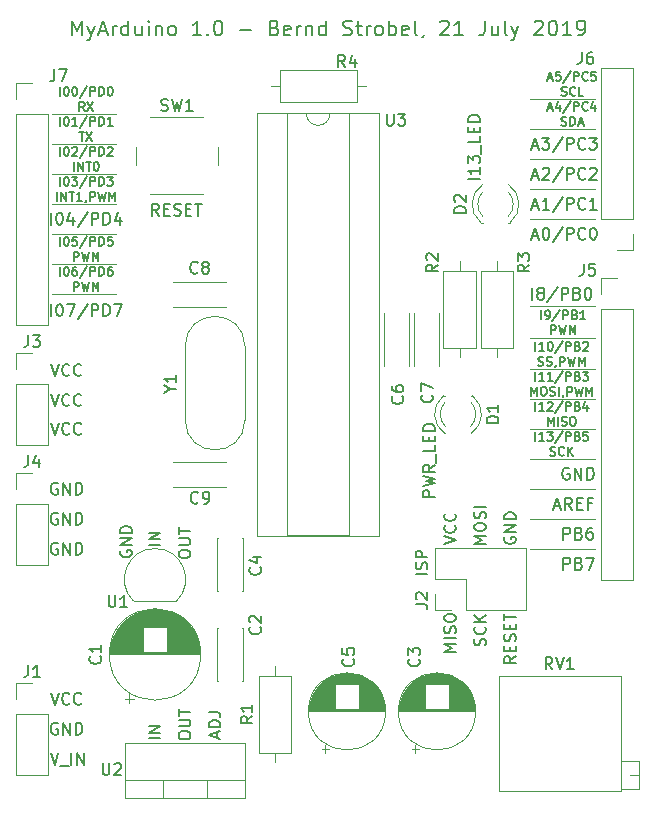
<source format=gbr>
G04 #@! TF.GenerationSoftware,KiCad,Pcbnew,(5.1.2)-2*
G04 #@! TF.CreationDate,2019-07-21T13:35:31+02:00*
G04 #@! TF.ProjectId,MyArduino,4d794172-6475-4696-9e6f-2e6b69636164,rev?*
G04 #@! TF.SameCoordinates,Original*
G04 #@! TF.FileFunction,Legend,Top*
G04 #@! TF.FilePolarity,Positive*
%FSLAX46Y46*%
G04 Gerber Fmt 4.6, Leading zero omitted, Abs format (unit mm)*
G04 Created by KiCad (PCBNEW (5.1.2)-2) date 2019-07-21 13:35:31*
%MOMM*%
%LPD*%
G04 APERTURE LIST*
%ADD10C,0.150000*%
%ADD11C,0.120000*%
G04 APERTURE END LIST*
D10*
X104719619Y-91130380D02*
X104386285Y-90654190D01*
X104148190Y-91130380D02*
X104148190Y-90130380D01*
X104529142Y-90130380D01*
X104624380Y-90178000D01*
X104672000Y-90225619D01*
X104719619Y-90320857D01*
X104719619Y-90463714D01*
X104672000Y-90558952D01*
X104624380Y-90606571D01*
X104529142Y-90654190D01*
X104148190Y-90654190D01*
X105148190Y-90606571D02*
X105481523Y-90606571D01*
X105624380Y-91130380D02*
X105148190Y-91130380D01*
X105148190Y-90130380D01*
X105624380Y-90130380D01*
X106005333Y-91082761D02*
X106148190Y-91130380D01*
X106386285Y-91130380D01*
X106481523Y-91082761D01*
X106529142Y-91035142D01*
X106576761Y-90939904D01*
X106576761Y-90844666D01*
X106529142Y-90749428D01*
X106481523Y-90701809D01*
X106386285Y-90654190D01*
X106195809Y-90606571D01*
X106100571Y-90558952D01*
X106052952Y-90511333D01*
X106005333Y-90416095D01*
X106005333Y-90320857D01*
X106052952Y-90225619D01*
X106100571Y-90178000D01*
X106195809Y-90130380D01*
X106433904Y-90130380D01*
X106576761Y-90178000D01*
X107005333Y-90606571D02*
X107338666Y-90606571D01*
X107481523Y-91130380D02*
X107005333Y-91130380D01*
X107005333Y-90130380D01*
X107481523Y-90130380D01*
X107767238Y-90130380D02*
X108338666Y-90130380D01*
X108052952Y-91130380D02*
X108052952Y-90130380D01*
X97366071Y-75876476D02*
X97366071Y-74626476D01*
X97782738Y-75519333D01*
X98199404Y-74626476D01*
X98199404Y-75876476D01*
X98675595Y-75043142D02*
X98973214Y-75876476D01*
X99270833Y-75043142D02*
X98973214Y-75876476D01*
X98854166Y-76174095D01*
X98794642Y-76233619D01*
X98675595Y-76293142D01*
X99687500Y-75519333D02*
X100282738Y-75519333D01*
X99568452Y-75876476D02*
X99985119Y-74626476D01*
X100401785Y-75876476D01*
X100818452Y-75876476D02*
X100818452Y-75043142D01*
X100818452Y-75281238D02*
X100877976Y-75162190D01*
X100937500Y-75102666D01*
X101056547Y-75043142D01*
X101175595Y-75043142D01*
X102127976Y-75876476D02*
X102127976Y-74626476D01*
X102127976Y-75816952D02*
X102008928Y-75876476D01*
X101770833Y-75876476D01*
X101651785Y-75816952D01*
X101592261Y-75757428D01*
X101532738Y-75638380D01*
X101532738Y-75281238D01*
X101592261Y-75162190D01*
X101651785Y-75102666D01*
X101770833Y-75043142D01*
X102008928Y-75043142D01*
X102127976Y-75102666D01*
X103258928Y-75043142D02*
X103258928Y-75876476D01*
X102723214Y-75043142D02*
X102723214Y-75697904D01*
X102782738Y-75816952D01*
X102901785Y-75876476D01*
X103080357Y-75876476D01*
X103199404Y-75816952D01*
X103258928Y-75757428D01*
X103854166Y-75876476D02*
X103854166Y-75043142D01*
X103854166Y-74626476D02*
X103794642Y-74686000D01*
X103854166Y-74745523D01*
X103913690Y-74686000D01*
X103854166Y-74626476D01*
X103854166Y-74745523D01*
X104449404Y-75043142D02*
X104449404Y-75876476D01*
X104449404Y-75162190D02*
X104508928Y-75102666D01*
X104627976Y-75043142D01*
X104806547Y-75043142D01*
X104925595Y-75102666D01*
X104985119Y-75221714D01*
X104985119Y-75876476D01*
X105758928Y-75876476D02*
X105639880Y-75816952D01*
X105580357Y-75757428D01*
X105520833Y-75638380D01*
X105520833Y-75281238D01*
X105580357Y-75162190D01*
X105639880Y-75102666D01*
X105758928Y-75043142D01*
X105937500Y-75043142D01*
X106056547Y-75102666D01*
X106116071Y-75162190D01*
X106175595Y-75281238D01*
X106175595Y-75638380D01*
X106116071Y-75757428D01*
X106056547Y-75816952D01*
X105937500Y-75876476D01*
X105758928Y-75876476D01*
X108318452Y-75876476D02*
X107604166Y-75876476D01*
X107961309Y-75876476D02*
X107961309Y-74626476D01*
X107842261Y-74805047D01*
X107723214Y-74924095D01*
X107604166Y-74983619D01*
X108854166Y-75757428D02*
X108913690Y-75816952D01*
X108854166Y-75876476D01*
X108794642Y-75816952D01*
X108854166Y-75757428D01*
X108854166Y-75876476D01*
X109687500Y-74626476D02*
X109806547Y-74626476D01*
X109925595Y-74686000D01*
X109985119Y-74745523D01*
X110044642Y-74864571D01*
X110104166Y-75102666D01*
X110104166Y-75400285D01*
X110044642Y-75638380D01*
X109985119Y-75757428D01*
X109925595Y-75816952D01*
X109806547Y-75876476D01*
X109687500Y-75876476D01*
X109568452Y-75816952D01*
X109508928Y-75757428D01*
X109449404Y-75638380D01*
X109389880Y-75400285D01*
X109389880Y-75102666D01*
X109449404Y-74864571D01*
X109508928Y-74745523D01*
X109568452Y-74686000D01*
X109687500Y-74626476D01*
X111592261Y-75400285D02*
X112544642Y-75400285D01*
X114508928Y-75221714D02*
X114687500Y-75281238D01*
X114747023Y-75340761D01*
X114806547Y-75459809D01*
X114806547Y-75638380D01*
X114747023Y-75757428D01*
X114687500Y-75816952D01*
X114568452Y-75876476D01*
X114092261Y-75876476D01*
X114092261Y-74626476D01*
X114508928Y-74626476D01*
X114627976Y-74686000D01*
X114687500Y-74745523D01*
X114747023Y-74864571D01*
X114747023Y-74983619D01*
X114687500Y-75102666D01*
X114627976Y-75162190D01*
X114508928Y-75221714D01*
X114092261Y-75221714D01*
X115818452Y-75816952D02*
X115699404Y-75876476D01*
X115461309Y-75876476D01*
X115342261Y-75816952D01*
X115282738Y-75697904D01*
X115282738Y-75221714D01*
X115342261Y-75102666D01*
X115461309Y-75043142D01*
X115699404Y-75043142D01*
X115818452Y-75102666D01*
X115877976Y-75221714D01*
X115877976Y-75340761D01*
X115282738Y-75459809D01*
X116413690Y-75876476D02*
X116413690Y-75043142D01*
X116413690Y-75281238D02*
X116473214Y-75162190D01*
X116532738Y-75102666D01*
X116651785Y-75043142D01*
X116770833Y-75043142D01*
X117187500Y-75043142D02*
X117187500Y-75876476D01*
X117187500Y-75162190D02*
X117247023Y-75102666D01*
X117366071Y-75043142D01*
X117544642Y-75043142D01*
X117663690Y-75102666D01*
X117723214Y-75221714D01*
X117723214Y-75876476D01*
X118854166Y-75876476D02*
X118854166Y-74626476D01*
X118854166Y-75816952D02*
X118735119Y-75876476D01*
X118497023Y-75876476D01*
X118377976Y-75816952D01*
X118318452Y-75757428D01*
X118258928Y-75638380D01*
X118258928Y-75281238D01*
X118318452Y-75162190D01*
X118377976Y-75102666D01*
X118497023Y-75043142D01*
X118735119Y-75043142D01*
X118854166Y-75102666D01*
X120342261Y-75816952D02*
X120520833Y-75876476D01*
X120818452Y-75876476D01*
X120937500Y-75816952D01*
X120997023Y-75757428D01*
X121056547Y-75638380D01*
X121056547Y-75519333D01*
X120997023Y-75400285D01*
X120937500Y-75340761D01*
X120818452Y-75281238D01*
X120580357Y-75221714D01*
X120461309Y-75162190D01*
X120401785Y-75102666D01*
X120342261Y-74983619D01*
X120342261Y-74864571D01*
X120401785Y-74745523D01*
X120461309Y-74686000D01*
X120580357Y-74626476D01*
X120877976Y-74626476D01*
X121056547Y-74686000D01*
X121413690Y-75043142D02*
X121889880Y-75043142D01*
X121592261Y-74626476D02*
X121592261Y-75697904D01*
X121651785Y-75816952D01*
X121770833Y-75876476D01*
X121889880Y-75876476D01*
X122306547Y-75876476D02*
X122306547Y-75043142D01*
X122306547Y-75281238D02*
X122366071Y-75162190D01*
X122425595Y-75102666D01*
X122544642Y-75043142D01*
X122663690Y-75043142D01*
X123258928Y-75876476D02*
X123139880Y-75816952D01*
X123080357Y-75757428D01*
X123020833Y-75638380D01*
X123020833Y-75281238D01*
X123080357Y-75162190D01*
X123139880Y-75102666D01*
X123258928Y-75043142D01*
X123437500Y-75043142D01*
X123556547Y-75102666D01*
X123616071Y-75162190D01*
X123675595Y-75281238D01*
X123675595Y-75638380D01*
X123616071Y-75757428D01*
X123556547Y-75816952D01*
X123437500Y-75876476D01*
X123258928Y-75876476D01*
X124211309Y-75876476D02*
X124211309Y-74626476D01*
X124211309Y-75102666D02*
X124330357Y-75043142D01*
X124568452Y-75043142D01*
X124687500Y-75102666D01*
X124747023Y-75162190D01*
X124806547Y-75281238D01*
X124806547Y-75638380D01*
X124747023Y-75757428D01*
X124687500Y-75816952D01*
X124568452Y-75876476D01*
X124330357Y-75876476D01*
X124211309Y-75816952D01*
X125818452Y-75816952D02*
X125699404Y-75876476D01*
X125461309Y-75876476D01*
X125342261Y-75816952D01*
X125282738Y-75697904D01*
X125282738Y-75221714D01*
X125342261Y-75102666D01*
X125461309Y-75043142D01*
X125699404Y-75043142D01*
X125818452Y-75102666D01*
X125877976Y-75221714D01*
X125877976Y-75340761D01*
X125282738Y-75459809D01*
X126592261Y-75876476D02*
X126473214Y-75816952D01*
X126413690Y-75697904D01*
X126413690Y-74626476D01*
X127127976Y-75816952D02*
X127127976Y-75876476D01*
X127068452Y-75995523D01*
X127008928Y-76055047D01*
X128556547Y-74745523D02*
X128616071Y-74686000D01*
X128735119Y-74626476D01*
X129032738Y-74626476D01*
X129151785Y-74686000D01*
X129211309Y-74745523D01*
X129270833Y-74864571D01*
X129270833Y-74983619D01*
X129211309Y-75162190D01*
X128497023Y-75876476D01*
X129270833Y-75876476D01*
X130461309Y-75876476D02*
X129747023Y-75876476D01*
X130104166Y-75876476D02*
X130104166Y-74626476D01*
X129985119Y-74805047D01*
X129866071Y-74924095D01*
X129747023Y-74983619D01*
X132306547Y-74626476D02*
X132306547Y-75519333D01*
X132247023Y-75697904D01*
X132127976Y-75816952D01*
X131949404Y-75876476D01*
X131830357Y-75876476D01*
X133437500Y-75043142D02*
X133437500Y-75876476D01*
X132901785Y-75043142D02*
X132901785Y-75697904D01*
X132961309Y-75816952D01*
X133080357Y-75876476D01*
X133258928Y-75876476D01*
X133377976Y-75816952D01*
X133437500Y-75757428D01*
X134211309Y-75876476D02*
X134092261Y-75816952D01*
X134032738Y-75697904D01*
X134032738Y-74626476D01*
X134568452Y-75043142D02*
X134866071Y-75876476D01*
X135163690Y-75043142D02*
X134866071Y-75876476D01*
X134747023Y-76174095D01*
X134687500Y-76233619D01*
X134568452Y-76293142D01*
X136532738Y-74745523D02*
X136592261Y-74686000D01*
X136711309Y-74626476D01*
X137008928Y-74626476D01*
X137127976Y-74686000D01*
X137187500Y-74745523D01*
X137247023Y-74864571D01*
X137247023Y-74983619D01*
X137187500Y-75162190D01*
X136473214Y-75876476D01*
X137247023Y-75876476D01*
X138020833Y-74626476D02*
X138139880Y-74626476D01*
X138258928Y-74686000D01*
X138318452Y-74745523D01*
X138377976Y-74864571D01*
X138437500Y-75102666D01*
X138437500Y-75400285D01*
X138377976Y-75638380D01*
X138318452Y-75757428D01*
X138258928Y-75816952D01*
X138139880Y-75876476D01*
X138020833Y-75876476D01*
X137901785Y-75816952D01*
X137842261Y-75757428D01*
X137782738Y-75638380D01*
X137723214Y-75400285D01*
X137723214Y-75102666D01*
X137782738Y-74864571D01*
X137842261Y-74745523D01*
X137901785Y-74686000D01*
X138020833Y-74626476D01*
X139627976Y-75876476D02*
X138913690Y-75876476D01*
X139270833Y-75876476D02*
X139270833Y-74626476D01*
X139151785Y-74805047D01*
X139032738Y-74924095D01*
X138913690Y-74983619D01*
X140223214Y-75876476D02*
X140461309Y-75876476D01*
X140580357Y-75816952D01*
X140639880Y-75757428D01*
X140758928Y-75578857D01*
X140818452Y-75340761D01*
X140818452Y-74864571D01*
X140758928Y-74745523D01*
X140699404Y-74686000D01*
X140580357Y-74626476D01*
X140342261Y-74626476D01*
X140223214Y-74686000D01*
X140163690Y-74745523D01*
X140104166Y-74864571D01*
X140104166Y-75162190D01*
X140163690Y-75281238D01*
X140223214Y-75340761D01*
X140342261Y-75400285D01*
X140580357Y-75400285D01*
X140699404Y-75340761D01*
X140758928Y-75281238D01*
X140818452Y-75162190D01*
D11*
X95631000Y-97790000D02*
X101092000Y-97790000D01*
X95631000Y-95250000D02*
X101092000Y-95250000D01*
X95631000Y-92710000D02*
X101092000Y-92710000D01*
X95631000Y-90170000D02*
X101092000Y-90170000D01*
X95631000Y-87630000D02*
X101092000Y-87630000D01*
X95631000Y-85090000D02*
X101092000Y-85090000D01*
X95631000Y-82550000D02*
X101092000Y-82550000D01*
X136144000Y-81280000D02*
X141605000Y-81280000D01*
X136144000Y-83820000D02*
X141605000Y-83820000D01*
X136144000Y-86360000D02*
X141605000Y-86360000D01*
X136144000Y-88900000D02*
X141605000Y-88900000D01*
X136144000Y-91440000D02*
X141605000Y-91440000D01*
X136144000Y-119380000D02*
X141605000Y-119380000D01*
X136144000Y-116840000D02*
X141605000Y-116840000D01*
X136144000Y-114300000D02*
X141605000Y-114300000D01*
X136144000Y-111760000D02*
X141605000Y-111760000D01*
X136144000Y-109220000D02*
X141605000Y-109220000D01*
X136144000Y-106680000D02*
X141605000Y-106680000D01*
X136144000Y-104140000D02*
X141605000Y-104140000D01*
X136144000Y-98806000D02*
X141605000Y-98806000D01*
X136144000Y-101473000D02*
X141605000Y-101473000D01*
D10*
X131897380Y-88034476D02*
X130897380Y-88034476D01*
X131897380Y-87034476D02*
X131897380Y-87605904D01*
X131897380Y-87320190D02*
X130897380Y-87320190D01*
X131040238Y-87415428D01*
X131135476Y-87510666D01*
X131183095Y-87605904D01*
X130897380Y-86701142D02*
X130897380Y-86082095D01*
X131278333Y-86415428D01*
X131278333Y-86272571D01*
X131325952Y-86177333D01*
X131373571Y-86129714D01*
X131468809Y-86082095D01*
X131706904Y-86082095D01*
X131802142Y-86129714D01*
X131849761Y-86177333D01*
X131897380Y-86272571D01*
X131897380Y-86558285D01*
X131849761Y-86653523D01*
X131802142Y-86701142D01*
X131992619Y-85891619D02*
X131992619Y-85129714D01*
X131897380Y-84415428D02*
X131897380Y-84891619D01*
X130897380Y-84891619D01*
X131373571Y-84082095D02*
X131373571Y-83748761D01*
X131897380Y-83605904D02*
X131897380Y-84082095D01*
X130897380Y-84082095D01*
X130897380Y-83605904D01*
X131897380Y-83177333D02*
X130897380Y-83177333D01*
X130897380Y-82939238D01*
X130945000Y-82796380D01*
X131040238Y-82701142D01*
X131135476Y-82653523D01*
X131325952Y-82605904D01*
X131468809Y-82605904D01*
X131659285Y-82653523D01*
X131754523Y-82701142D01*
X131849761Y-82796380D01*
X131897380Y-82939238D01*
X131897380Y-83177333D01*
X128087380Y-114958428D02*
X127087380Y-114958428D01*
X127087380Y-114577476D01*
X127135000Y-114482238D01*
X127182619Y-114434619D01*
X127277857Y-114387000D01*
X127420714Y-114387000D01*
X127515952Y-114434619D01*
X127563571Y-114482238D01*
X127611190Y-114577476D01*
X127611190Y-114958428D01*
X127087380Y-114053666D02*
X128087380Y-113815571D01*
X127373095Y-113625095D01*
X128087380Y-113434619D01*
X127087380Y-113196523D01*
X128087380Y-112244142D02*
X127611190Y-112577476D01*
X128087380Y-112815571D02*
X127087380Y-112815571D01*
X127087380Y-112434619D01*
X127135000Y-112339380D01*
X127182619Y-112291761D01*
X127277857Y-112244142D01*
X127420714Y-112244142D01*
X127515952Y-112291761D01*
X127563571Y-112339380D01*
X127611190Y-112434619D01*
X127611190Y-112815571D01*
X128182619Y-112053666D02*
X128182619Y-111291761D01*
X128087380Y-110577476D02*
X128087380Y-111053666D01*
X127087380Y-111053666D01*
X127563571Y-110244142D02*
X127563571Y-109910809D01*
X128087380Y-109767952D02*
X128087380Y-110244142D01*
X127087380Y-110244142D01*
X127087380Y-109767952D01*
X128087380Y-109339380D02*
X127087380Y-109339380D01*
X127087380Y-109101285D01*
X127135000Y-108958428D01*
X127230238Y-108863190D01*
X127325476Y-108815571D01*
X127515952Y-108767952D01*
X127658809Y-108767952D01*
X127849285Y-108815571D01*
X127944523Y-108863190D01*
X128039761Y-108958428D01*
X128087380Y-109101285D01*
X128087380Y-109339380D01*
X138969904Y-121102380D02*
X138969904Y-120102380D01*
X139350857Y-120102380D01*
X139446095Y-120150000D01*
X139493714Y-120197619D01*
X139541333Y-120292857D01*
X139541333Y-120435714D01*
X139493714Y-120530952D01*
X139446095Y-120578571D01*
X139350857Y-120626190D01*
X138969904Y-120626190D01*
X140303238Y-120578571D02*
X140446095Y-120626190D01*
X140493714Y-120673809D01*
X140541333Y-120769047D01*
X140541333Y-120911904D01*
X140493714Y-121007142D01*
X140446095Y-121054761D01*
X140350857Y-121102380D01*
X139969904Y-121102380D01*
X139969904Y-120102380D01*
X140303238Y-120102380D01*
X140398476Y-120150000D01*
X140446095Y-120197619D01*
X140493714Y-120292857D01*
X140493714Y-120388095D01*
X140446095Y-120483333D01*
X140398476Y-120530952D01*
X140303238Y-120578571D01*
X139969904Y-120578571D01*
X140874666Y-120102380D02*
X141541333Y-120102380D01*
X141112761Y-121102380D01*
X138969904Y-118562380D02*
X138969904Y-117562380D01*
X139350857Y-117562380D01*
X139446095Y-117610000D01*
X139493714Y-117657619D01*
X139541333Y-117752857D01*
X139541333Y-117895714D01*
X139493714Y-117990952D01*
X139446095Y-118038571D01*
X139350857Y-118086190D01*
X138969904Y-118086190D01*
X140303238Y-118038571D02*
X140446095Y-118086190D01*
X140493714Y-118133809D01*
X140541333Y-118229047D01*
X140541333Y-118371904D01*
X140493714Y-118467142D01*
X140446095Y-118514761D01*
X140350857Y-118562380D01*
X139969904Y-118562380D01*
X139969904Y-117562380D01*
X140303238Y-117562380D01*
X140398476Y-117610000D01*
X140446095Y-117657619D01*
X140493714Y-117752857D01*
X140493714Y-117848095D01*
X140446095Y-117943333D01*
X140398476Y-117990952D01*
X140303238Y-118038571D01*
X139969904Y-118038571D01*
X141398476Y-117562380D02*
X141208000Y-117562380D01*
X141112761Y-117610000D01*
X141065142Y-117657619D01*
X140969904Y-117800476D01*
X140922285Y-117990952D01*
X140922285Y-118371904D01*
X140969904Y-118467142D01*
X141017523Y-118514761D01*
X141112761Y-118562380D01*
X141303238Y-118562380D01*
X141398476Y-118514761D01*
X141446095Y-118467142D01*
X141493714Y-118371904D01*
X141493714Y-118133809D01*
X141446095Y-118038571D01*
X141398476Y-117990952D01*
X141303238Y-117943333D01*
X141112761Y-117943333D01*
X141017523Y-117990952D01*
X140969904Y-118038571D01*
X140922285Y-118133809D01*
X138207952Y-115736666D02*
X138684142Y-115736666D01*
X138112714Y-116022380D02*
X138446047Y-115022380D01*
X138779380Y-116022380D01*
X139684142Y-116022380D02*
X139350809Y-115546190D01*
X139112714Y-116022380D02*
X139112714Y-115022380D01*
X139493666Y-115022380D01*
X139588904Y-115070000D01*
X139636523Y-115117619D01*
X139684142Y-115212857D01*
X139684142Y-115355714D01*
X139636523Y-115450952D01*
X139588904Y-115498571D01*
X139493666Y-115546190D01*
X139112714Y-115546190D01*
X140112714Y-115498571D02*
X140446047Y-115498571D01*
X140588904Y-116022380D02*
X140112714Y-116022380D01*
X140112714Y-115022380D01*
X140588904Y-115022380D01*
X141350809Y-115498571D02*
X141017476Y-115498571D01*
X141017476Y-116022380D02*
X141017476Y-115022380D01*
X141493666Y-115022380D01*
X139446095Y-112530000D02*
X139350857Y-112482380D01*
X139208000Y-112482380D01*
X139065142Y-112530000D01*
X138969904Y-112625238D01*
X138922285Y-112720476D01*
X138874666Y-112910952D01*
X138874666Y-113053809D01*
X138922285Y-113244285D01*
X138969904Y-113339523D01*
X139065142Y-113434761D01*
X139208000Y-113482380D01*
X139303238Y-113482380D01*
X139446095Y-113434761D01*
X139493714Y-113387142D01*
X139493714Y-113053809D01*
X139303238Y-113053809D01*
X139922285Y-113482380D02*
X139922285Y-112482380D01*
X140493714Y-113482380D01*
X140493714Y-112482380D01*
X140969904Y-113482380D02*
X140969904Y-112482380D01*
X141208000Y-112482380D01*
X141350857Y-112530000D01*
X141446095Y-112625238D01*
X141493714Y-112720476D01*
X141541333Y-112910952D01*
X141541333Y-113053809D01*
X141493714Y-113244285D01*
X141446095Y-113339523D01*
X141350857Y-113434761D01*
X141208000Y-113482380D01*
X140969904Y-113482380D01*
X136596714Y-110191785D02*
X136596714Y-109441785D01*
X137346714Y-110191785D02*
X136918142Y-110191785D01*
X137132428Y-110191785D02*
X137132428Y-109441785D01*
X137061000Y-109548928D01*
X136989571Y-109620357D01*
X136918142Y-109656071D01*
X137596714Y-109441785D02*
X138061000Y-109441785D01*
X137811000Y-109727500D01*
X137918142Y-109727500D01*
X137989571Y-109763214D01*
X138025285Y-109798928D01*
X138061000Y-109870357D01*
X138061000Y-110048928D01*
X138025285Y-110120357D01*
X137989571Y-110156071D01*
X137918142Y-110191785D01*
X137703857Y-110191785D01*
X137632428Y-110156071D01*
X137596714Y-110120357D01*
X138918142Y-109406071D02*
X138275285Y-110370357D01*
X139168142Y-110191785D02*
X139168142Y-109441785D01*
X139453857Y-109441785D01*
X139525285Y-109477500D01*
X139561000Y-109513214D01*
X139596714Y-109584642D01*
X139596714Y-109691785D01*
X139561000Y-109763214D01*
X139525285Y-109798928D01*
X139453857Y-109834642D01*
X139168142Y-109834642D01*
X140168142Y-109798928D02*
X140275285Y-109834642D01*
X140311000Y-109870357D01*
X140346714Y-109941785D01*
X140346714Y-110048928D01*
X140311000Y-110120357D01*
X140275285Y-110156071D01*
X140203857Y-110191785D01*
X139918142Y-110191785D01*
X139918142Y-109441785D01*
X140168142Y-109441785D01*
X140239571Y-109477500D01*
X140275285Y-109513214D01*
X140311000Y-109584642D01*
X140311000Y-109656071D01*
X140275285Y-109727500D01*
X140239571Y-109763214D01*
X140168142Y-109798928D01*
X139918142Y-109798928D01*
X141025285Y-109441785D02*
X140668142Y-109441785D01*
X140632428Y-109798928D01*
X140668142Y-109763214D01*
X140739571Y-109727500D01*
X140918142Y-109727500D01*
X140989571Y-109763214D01*
X141025285Y-109798928D01*
X141061000Y-109870357D01*
X141061000Y-110048928D01*
X141025285Y-110120357D01*
X140989571Y-110156071D01*
X140918142Y-110191785D01*
X140739571Y-110191785D01*
X140668142Y-110156071D01*
X140632428Y-110120357D01*
X137846714Y-111431071D02*
X137953857Y-111466785D01*
X138132428Y-111466785D01*
X138203857Y-111431071D01*
X138239571Y-111395357D01*
X138275285Y-111323928D01*
X138275285Y-111252500D01*
X138239571Y-111181071D01*
X138203857Y-111145357D01*
X138132428Y-111109642D01*
X137989571Y-111073928D01*
X137918142Y-111038214D01*
X137882428Y-111002500D01*
X137846714Y-110931071D01*
X137846714Y-110859642D01*
X137882428Y-110788214D01*
X137918142Y-110752500D01*
X137989571Y-110716785D01*
X138168142Y-110716785D01*
X138275285Y-110752500D01*
X139025285Y-111395357D02*
X138989571Y-111431071D01*
X138882428Y-111466785D01*
X138811000Y-111466785D01*
X138703857Y-111431071D01*
X138632428Y-111359642D01*
X138596714Y-111288214D01*
X138561000Y-111145357D01*
X138561000Y-111038214D01*
X138596714Y-110895357D01*
X138632428Y-110823928D01*
X138703857Y-110752500D01*
X138811000Y-110716785D01*
X138882428Y-110716785D01*
X138989571Y-110752500D01*
X139025285Y-110788214D01*
X139346714Y-111466785D02*
X139346714Y-110716785D01*
X139775285Y-111466785D02*
X139453857Y-111038214D01*
X139775285Y-110716785D02*
X139346714Y-111145357D01*
X136596714Y-107651785D02*
X136596714Y-106901785D01*
X137346714Y-107651785D02*
X136918142Y-107651785D01*
X137132428Y-107651785D02*
X137132428Y-106901785D01*
X137061000Y-107008928D01*
X136989571Y-107080357D01*
X136918142Y-107116071D01*
X137632428Y-106973214D02*
X137668142Y-106937500D01*
X137739571Y-106901785D01*
X137918142Y-106901785D01*
X137989571Y-106937500D01*
X138025285Y-106973214D01*
X138061000Y-107044642D01*
X138061000Y-107116071D01*
X138025285Y-107223214D01*
X137596714Y-107651785D01*
X138061000Y-107651785D01*
X138918142Y-106866071D02*
X138275285Y-107830357D01*
X139168142Y-107651785D02*
X139168142Y-106901785D01*
X139453857Y-106901785D01*
X139525285Y-106937500D01*
X139561000Y-106973214D01*
X139596714Y-107044642D01*
X139596714Y-107151785D01*
X139561000Y-107223214D01*
X139525285Y-107258928D01*
X139453857Y-107294642D01*
X139168142Y-107294642D01*
X140168142Y-107258928D02*
X140275285Y-107294642D01*
X140311000Y-107330357D01*
X140346714Y-107401785D01*
X140346714Y-107508928D01*
X140311000Y-107580357D01*
X140275285Y-107616071D01*
X140203857Y-107651785D01*
X139918142Y-107651785D01*
X139918142Y-106901785D01*
X140168142Y-106901785D01*
X140239571Y-106937500D01*
X140275285Y-106973214D01*
X140311000Y-107044642D01*
X140311000Y-107116071D01*
X140275285Y-107187500D01*
X140239571Y-107223214D01*
X140168142Y-107258928D01*
X139918142Y-107258928D01*
X140989571Y-107151785D02*
X140989571Y-107651785D01*
X140811000Y-106866071D02*
X140632428Y-107401785D01*
X141096714Y-107401785D01*
X137632428Y-108926785D02*
X137632428Y-108176785D01*
X137882428Y-108712500D01*
X138132428Y-108176785D01*
X138132428Y-108926785D01*
X138489571Y-108926785D02*
X138489571Y-108176785D01*
X138811000Y-108891071D02*
X138918142Y-108926785D01*
X139096714Y-108926785D01*
X139168142Y-108891071D01*
X139203857Y-108855357D01*
X139239571Y-108783928D01*
X139239571Y-108712500D01*
X139203857Y-108641071D01*
X139168142Y-108605357D01*
X139096714Y-108569642D01*
X138953857Y-108533928D01*
X138882428Y-108498214D01*
X138846714Y-108462500D01*
X138811000Y-108391071D01*
X138811000Y-108319642D01*
X138846714Y-108248214D01*
X138882428Y-108212500D01*
X138953857Y-108176785D01*
X139132428Y-108176785D01*
X139239571Y-108212500D01*
X139703857Y-108176785D02*
X139846714Y-108176785D01*
X139918142Y-108212500D01*
X139989571Y-108283928D01*
X140025285Y-108426785D01*
X140025285Y-108676785D01*
X139989571Y-108819642D01*
X139918142Y-108891071D01*
X139846714Y-108926785D01*
X139703857Y-108926785D01*
X139632428Y-108891071D01*
X139561000Y-108819642D01*
X139525285Y-108676785D01*
X139525285Y-108426785D01*
X139561000Y-108283928D01*
X139632428Y-108212500D01*
X139703857Y-108176785D01*
X136596714Y-105111785D02*
X136596714Y-104361785D01*
X137346714Y-105111785D02*
X136918142Y-105111785D01*
X137132428Y-105111785D02*
X137132428Y-104361785D01*
X137061000Y-104468928D01*
X136989571Y-104540357D01*
X136918142Y-104576071D01*
X138061000Y-105111785D02*
X137632428Y-105111785D01*
X137846714Y-105111785D02*
X137846714Y-104361785D01*
X137775285Y-104468928D01*
X137703857Y-104540357D01*
X137632428Y-104576071D01*
X138918142Y-104326071D02*
X138275285Y-105290357D01*
X139168142Y-105111785D02*
X139168142Y-104361785D01*
X139453857Y-104361785D01*
X139525285Y-104397500D01*
X139561000Y-104433214D01*
X139596714Y-104504642D01*
X139596714Y-104611785D01*
X139561000Y-104683214D01*
X139525285Y-104718928D01*
X139453857Y-104754642D01*
X139168142Y-104754642D01*
X140168142Y-104718928D02*
X140275285Y-104754642D01*
X140311000Y-104790357D01*
X140346714Y-104861785D01*
X140346714Y-104968928D01*
X140311000Y-105040357D01*
X140275285Y-105076071D01*
X140203857Y-105111785D01*
X139918142Y-105111785D01*
X139918142Y-104361785D01*
X140168142Y-104361785D01*
X140239571Y-104397500D01*
X140275285Y-104433214D01*
X140311000Y-104504642D01*
X140311000Y-104576071D01*
X140275285Y-104647500D01*
X140239571Y-104683214D01*
X140168142Y-104718928D01*
X139918142Y-104718928D01*
X140596714Y-104361785D02*
X141061000Y-104361785D01*
X140811000Y-104647500D01*
X140918142Y-104647500D01*
X140989571Y-104683214D01*
X141025285Y-104718928D01*
X141061000Y-104790357D01*
X141061000Y-104968928D01*
X141025285Y-105040357D01*
X140989571Y-105076071D01*
X140918142Y-105111785D01*
X140703857Y-105111785D01*
X140632428Y-105076071D01*
X140596714Y-105040357D01*
X136221714Y-106386785D02*
X136221714Y-105636785D01*
X136471714Y-106172500D01*
X136721714Y-105636785D01*
X136721714Y-106386785D01*
X137221714Y-105636785D02*
X137364571Y-105636785D01*
X137436000Y-105672500D01*
X137507428Y-105743928D01*
X137543142Y-105886785D01*
X137543142Y-106136785D01*
X137507428Y-106279642D01*
X137436000Y-106351071D01*
X137364571Y-106386785D01*
X137221714Y-106386785D01*
X137150285Y-106351071D01*
X137078857Y-106279642D01*
X137043142Y-106136785D01*
X137043142Y-105886785D01*
X137078857Y-105743928D01*
X137150285Y-105672500D01*
X137221714Y-105636785D01*
X137828857Y-106351071D02*
X137936000Y-106386785D01*
X138114571Y-106386785D01*
X138186000Y-106351071D01*
X138221714Y-106315357D01*
X138257428Y-106243928D01*
X138257428Y-106172500D01*
X138221714Y-106101071D01*
X138186000Y-106065357D01*
X138114571Y-106029642D01*
X137971714Y-105993928D01*
X137900285Y-105958214D01*
X137864571Y-105922500D01*
X137828857Y-105851071D01*
X137828857Y-105779642D01*
X137864571Y-105708214D01*
X137900285Y-105672500D01*
X137971714Y-105636785D01*
X138150285Y-105636785D01*
X138257428Y-105672500D01*
X138578857Y-106386785D02*
X138578857Y-105636785D01*
X138971714Y-106351071D02*
X138971714Y-106386785D01*
X138936000Y-106458214D01*
X138900285Y-106493928D01*
X139293142Y-106386785D02*
X139293142Y-105636785D01*
X139578857Y-105636785D01*
X139650285Y-105672500D01*
X139686000Y-105708214D01*
X139721714Y-105779642D01*
X139721714Y-105886785D01*
X139686000Y-105958214D01*
X139650285Y-105993928D01*
X139578857Y-106029642D01*
X139293142Y-106029642D01*
X139971714Y-105636785D02*
X140150285Y-106386785D01*
X140293142Y-105851071D01*
X140436000Y-106386785D01*
X140614571Y-105636785D01*
X140900285Y-106386785D02*
X140900285Y-105636785D01*
X141150285Y-106172500D01*
X141400285Y-105636785D01*
X141400285Y-106386785D01*
X137080857Y-99904785D02*
X137080857Y-99154785D01*
X137473714Y-99904785D02*
X137616571Y-99904785D01*
X137688000Y-99869071D01*
X137723714Y-99833357D01*
X137795142Y-99726214D01*
X137830857Y-99583357D01*
X137830857Y-99297642D01*
X137795142Y-99226214D01*
X137759428Y-99190500D01*
X137688000Y-99154785D01*
X137545142Y-99154785D01*
X137473714Y-99190500D01*
X137438000Y-99226214D01*
X137402285Y-99297642D01*
X137402285Y-99476214D01*
X137438000Y-99547642D01*
X137473714Y-99583357D01*
X137545142Y-99619071D01*
X137688000Y-99619071D01*
X137759428Y-99583357D01*
X137795142Y-99547642D01*
X137830857Y-99476214D01*
X138688000Y-99119071D02*
X138045142Y-100083357D01*
X138938000Y-99904785D02*
X138938000Y-99154785D01*
X139223714Y-99154785D01*
X139295142Y-99190500D01*
X139330857Y-99226214D01*
X139366571Y-99297642D01*
X139366571Y-99404785D01*
X139330857Y-99476214D01*
X139295142Y-99511928D01*
X139223714Y-99547642D01*
X138938000Y-99547642D01*
X139938000Y-99511928D02*
X140045142Y-99547642D01*
X140080857Y-99583357D01*
X140116571Y-99654785D01*
X140116571Y-99761928D01*
X140080857Y-99833357D01*
X140045142Y-99869071D01*
X139973714Y-99904785D01*
X139688000Y-99904785D01*
X139688000Y-99154785D01*
X139938000Y-99154785D01*
X140009428Y-99190500D01*
X140045142Y-99226214D01*
X140080857Y-99297642D01*
X140080857Y-99369071D01*
X140045142Y-99440500D01*
X140009428Y-99476214D01*
X139938000Y-99511928D01*
X139688000Y-99511928D01*
X140830857Y-99904785D02*
X140402285Y-99904785D01*
X140616571Y-99904785D02*
X140616571Y-99154785D01*
X140545142Y-99261928D01*
X140473714Y-99333357D01*
X140402285Y-99369071D01*
X137884428Y-101179785D02*
X137884428Y-100429785D01*
X138170142Y-100429785D01*
X138241571Y-100465500D01*
X138277285Y-100501214D01*
X138313000Y-100572642D01*
X138313000Y-100679785D01*
X138277285Y-100751214D01*
X138241571Y-100786928D01*
X138170142Y-100822642D01*
X137884428Y-100822642D01*
X138563000Y-100429785D02*
X138741571Y-101179785D01*
X138884428Y-100644071D01*
X139027285Y-101179785D01*
X139205857Y-100429785D01*
X139491571Y-101179785D02*
X139491571Y-100429785D01*
X139741571Y-100965500D01*
X139991571Y-100429785D01*
X139991571Y-101179785D01*
X136334809Y-98242380D02*
X136334809Y-97242380D01*
X136953857Y-97670952D02*
X136858619Y-97623333D01*
X136811000Y-97575714D01*
X136763380Y-97480476D01*
X136763380Y-97432857D01*
X136811000Y-97337619D01*
X136858619Y-97290000D01*
X136953857Y-97242380D01*
X137144333Y-97242380D01*
X137239571Y-97290000D01*
X137287190Y-97337619D01*
X137334809Y-97432857D01*
X137334809Y-97480476D01*
X137287190Y-97575714D01*
X137239571Y-97623333D01*
X137144333Y-97670952D01*
X136953857Y-97670952D01*
X136858619Y-97718571D01*
X136811000Y-97766190D01*
X136763380Y-97861428D01*
X136763380Y-98051904D01*
X136811000Y-98147142D01*
X136858619Y-98194761D01*
X136953857Y-98242380D01*
X137144333Y-98242380D01*
X137239571Y-98194761D01*
X137287190Y-98147142D01*
X137334809Y-98051904D01*
X137334809Y-97861428D01*
X137287190Y-97766190D01*
X137239571Y-97718571D01*
X137144333Y-97670952D01*
X138477666Y-97194761D02*
X137620523Y-98480476D01*
X138811000Y-98242380D02*
X138811000Y-97242380D01*
X139191952Y-97242380D01*
X139287190Y-97290000D01*
X139334809Y-97337619D01*
X139382428Y-97432857D01*
X139382428Y-97575714D01*
X139334809Y-97670952D01*
X139287190Y-97718571D01*
X139191952Y-97766190D01*
X138811000Y-97766190D01*
X140144333Y-97718571D02*
X140287190Y-97766190D01*
X140334809Y-97813809D01*
X140382428Y-97909047D01*
X140382428Y-98051904D01*
X140334809Y-98147142D01*
X140287190Y-98194761D01*
X140191952Y-98242380D01*
X139811000Y-98242380D01*
X139811000Y-97242380D01*
X140144333Y-97242380D01*
X140239571Y-97290000D01*
X140287190Y-97337619D01*
X140334809Y-97432857D01*
X140334809Y-97528095D01*
X140287190Y-97623333D01*
X140239571Y-97670952D01*
X140144333Y-97718571D01*
X139811000Y-97718571D01*
X141001476Y-97242380D02*
X141096714Y-97242380D01*
X141191952Y-97290000D01*
X141239571Y-97337619D01*
X141287190Y-97432857D01*
X141334809Y-97623333D01*
X141334809Y-97861428D01*
X141287190Y-98051904D01*
X141239571Y-98147142D01*
X141191952Y-98194761D01*
X141096714Y-98242380D01*
X141001476Y-98242380D01*
X140906238Y-98194761D01*
X140858619Y-98147142D01*
X140811000Y-98051904D01*
X140763380Y-97861428D01*
X140763380Y-97623333D01*
X140811000Y-97432857D01*
X140858619Y-97337619D01*
X140906238Y-97290000D01*
X141001476Y-97242380D01*
X136596714Y-102571785D02*
X136596714Y-101821785D01*
X137346714Y-102571785D02*
X136918142Y-102571785D01*
X137132428Y-102571785D02*
X137132428Y-101821785D01*
X137061000Y-101928928D01*
X136989571Y-102000357D01*
X136918142Y-102036071D01*
X137811000Y-101821785D02*
X137882428Y-101821785D01*
X137953857Y-101857500D01*
X137989571Y-101893214D01*
X138025285Y-101964642D01*
X138061000Y-102107500D01*
X138061000Y-102286071D01*
X138025285Y-102428928D01*
X137989571Y-102500357D01*
X137953857Y-102536071D01*
X137882428Y-102571785D01*
X137811000Y-102571785D01*
X137739571Y-102536071D01*
X137703857Y-102500357D01*
X137668142Y-102428928D01*
X137632428Y-102286071D01*
X137632428Y-102107500D01*
X137668142Y-101964642D01*
X137703857Y-101893214D01*
X137739571Y-101857500D01*
X137811000Y-101821785D01*
X138918142Y-101786071D02*
X138275285Y-102750357D01*
X139168142Y-102571785D02*
X139168142Y-101821785D01*
X139453857Y-101821785D01*
X139525285Y-101857500D01*
X139561000Y-101893214D01*
X139596714Y-101964642D01*
X139596714Y-102071785D01*
X139561000Y-102143214D01*
X139525285Y-102178928D01*
X139453857Y-102214642D01*
X139168142Y-102214642D01*
X140168142Y-102178928D02*
X140275285Y-102214642D01*
X140311000Y-102250357D01*
X140346714Y-102321785D01*
X140346714Y-102428928D01*
X140311000Y-102500357D01*
X140275285Y-102536071D01*
X140203857Y-102571785D01*
X139918142Y-102571785D01*
X139918142Y-101821785D01*
X140168142Y-101821785D01*
X140239571Y-101857500D01*
X140275285Y-101893214D01*
X140311000Y-101964642D01*
X140311000Y-102036071D01*
X140275285Y-102107500D01*
X140239571Y-102143214D01*
X140168142Y-102178928D01*
X139918142Y-102178928D01*
X140632428Y-101893214D02*
X140668142Y-101857500D01*
X140739571Y-101821785D01*
X140918142Y-101821785D01*
X140989571Y-101857500D01*
X141025285Y-101893214D01*
X141061000Y-101964642D01*
X141061000Y-102036071D01*
X141025285Y-102143214D01*
X140596714Y-102571785D01*
X141061000Y-102571785D01*
X136828857Y-103811071D02*
X136936000Y-103846785D01*
X137114571Y-103846785D01*
X137186000Y-103811071D01*
X137221714Y-103775357D01*
X137257428Y-103703928D01*
X137257428Y-103632500D01*
X137221714Y-103561071D01*
X137186000Y-103525357D01*
X137114571Y-103489642D01*
X136971714Y-103453928D01*
X136900285Y-103418214D01*
X136864571Y-103382500D01*
X136828857Y-103311071D01*
X136828857Y-103239642D01*
X136864571Y-103168214D01*
X136900285Y-103132500D01*
X136971714Y-103096785D01*
X137150285Y-103096785D01*
X137257428Y-103132500D01*
X137543142Y-103811071D02*
X137650285Y-103846785D01*
X137828857Y-103846785D01*
X137900285Y-103811071D01*
X137936000Y-103775357D01*
X137971714Y-103703928D01*
X137971714Y-103632500D01*
X137936000Y-103561071D01*
X137900285Y-103525357D01*
X137828857Y-103489642D01*
X137686000Y-103453928D01*
X137614571Y-103418214D01*
X137578857Y-103382500D01*
X137543142Y-103311071D01*
X137543142Y-103239642D01*
X137578857Y-103168214D01*
X137614571Y-103132500D01*
X137686000Y-103096785D01*
X137864571Y-103096785D01*
X137971714Y-103132500D01*
X138328857Y-103811071D02*
X138328857Y-103846785D01*
X138293142Y-103918214D01*
X138257428Y-103953928D01*
X138650285Y-103846785D02*
X138650285Y-103096785D01*
X138936000Y-103096785D01*
X139007428Y-103132500D01*
X139043142Y-103168214D01*
X139078857Y-103239642D01*
X139078857Y-103346785D01*
X139043142Y-103418214D01*
X139007428Y-103453928D01*
X138936000Y-103489642D01*
X138650285Y-103489642D01*
X139328857Y-103096785D02*
X139507428Y-103846785D01*
X139650285Y-103311071D01*
X139793142Y-103846785D01*
X139971714Y-103096785D01*
X140257428Y-103846785D02*
X140257428Y-103096785D01*
X140507428Y-103632500D01*
X140757428Y-103096785D01*
X140757428Y-103846785D01*
X136350714Y-92876666D02*
X136826904Y-92876666D01*
X136255476Y-93162380D02*
X136588809Y-92162380D01*
X136922142Y-93162380D01*
X137445952Y-92162380D02*
X137541190Y-92162380D01*
X137636428Y-92210000D01*
X137684047Y-92257619D01*
X137731666Y-92352857D01*
X137779285Y-92543333D01*
X137779285Y-92781428D01*
X137731666Y-92971904D01*
X137684047Y-93067142D01*
X137636428Y-93114761D01*
X137541190Y-93162380D01*
X137445952Y-93162380D01*
X137350714Y-93114761D01*
X137303095Y-93067142D01*
X137255476Y-92971904D01*
X137207857Y-92781428D01*
X137207857Y-92543333D01*
X137255476Y-92352857D01*
X137303095Y-92257619D01*
X137350714Y-92210000D01*
X137445952Y-92162380D01*
X138922142Y-92114761D02*
X138065000Y-93400476D01*
X139255476Y-93162380D02*
X139255476Y-92162380D01*
X139636428Y-92162380D01*
X139731666Y-92210000D01*
X139779285Y-92257619D01*
X139826904Y-92352857D01*
X139826904Y-92495714D01*
X139779285Y-92590952D01*
X139731666Y-92638571D01*
X139636428Y-92686190D01*
X139255476Y-92686190D01*
X140826904Y-93067142D02*
X140779285Y-93114761D01*
X140636428Y-93162380D01*
X140541190Y-93162380D01*
X140398333Y-93114761D01*
X140303095Y-93019523D01*
X140255476Y-92924285D01*
X140207857Y-92733809D01*
X140207857Y-92590952D01*
X140255476Y-92400476D01*
X140303095Y-92305238D01*
X140398333Y-92210000D01*
X140541190Y-92162380D01*
X140636428Y-92162380D01*
X140779285Y-92210000D01*
X140826904Y-92257619D01*
X141445952Y-92162380D02*
X141541190Y-92162380D01*
X141636428Y-92210000D01*
X141684047Y-92257619D01*
X141731666Y-92352857D01*
X141779285Y-92543333D01*
X141779285Y-92781428D01*
X141731666Y-92971904D01*
X141684047Y-93067142D01*
X141636428Y-93114761D01*
X141541190Y-93162380D01*
X141445952Y-93162380D01*
X141350714Y-93114761D01*
X141303095Y-93067142D01*
X141255476Y-92971904D01*
X141207857Y-92781428D01*
X141207857Y-92543333D01*
X141255476Y-92352857D01*
X141303095Y-92257619D01*
X141350714Y-92210000D01*
X141445952Y-92162380D01*
X136350714Y-90336666D02*
X136826904Y-90336666D01*
X136255476Y-90622380D02*
X136588809Y-89622380D01*
X136922142Y-90622380D01*
X137779285Y-90622380D02*
X137207857Y-90622380D01*
X137493571Y-90622380D02*
X137493571Y-89622380D01*
X137398333Y-89765238D01*
X137303095Y-89860476D01*
X137207857Y-89908095D01*
X138922142Y-89574761D02*
X138065000Y-90860476D01*
X139255476Y-90622380D02*
X139255476Y-89622380D01*
X139636428Y-89622380D01*
X139731666Y-89670000D01*
X139779285Y-89717619D01*
X139826904Y-89812857D01*
X139826904Y-89955714D01*
X139779285Y-90050952D01*
X139731666Y-90098571D01*
X139636428Y-90146190D01*
X139255476Y-90146190D01*
X140826904Y-90527142D02*
X140779285Y-90574761D01*
X140636428Y-90622380D01*
X140541190Y-90622380D01*
X140398333Y-90574761D01*
X140303095Y-90479523D01*
X140255476Y-90384285D01*
X140207857Y-90193809D01*
X140207857Y-90050952D01*
X140255476Y-89860476D01*
X140303095Y-89765238D01*
X140398333Y-89670000D01*
X140541190Y-89622380D01*
X140636428Y-89622380D01*
X140779285Y-89670000D01*
X140826904Y-89717619D01*
X141779285Y-90622380D02*
X141207857Y-90622380D01*
X141493571Y-90622380D02*
X141493571Y-89622380D01*
X141398333Y-89765238D01*
X141303095Y-89860476D01*
X141207857Y-89908095D01*
X136350714Y-87796666D02*
X136826904Y-87796666D01*
X136255476Y-88082380D02*
X136588809Y-87082380D01*
X136922142Y-88082380D01*
X137207857Y-87177619D02*
X137255476Y-87130000D01*
X137350714Y-87082380D01*
X137588809Y-87082380D01*
X137684047Y-87130000D01*
X137731666Y-87177619D01*
X137779285Y-87272857D01*
X137779285Y-87368095D01*
X137731666Y-87510952D01*
X137160238Y-88082380D01*
X137779285Y-88082380D01*
X138922142Y-87034761D02*
X138065000Y-88320476D01*
X139255476Y-88082380D02*
X139255476Y-87082380D01*
X139636428Y-87082380D01*
X139731666Y-87130000D01*
X139779285Y-87177619D01*
X139826904Y-87272857D01*
X139826904Y-87415714D01*
X139779285Y-87510952D01*
X139731666Y-87558571D01*
X139636428Y-87606190D01*
X139255476Y-87606190D01*
X140826904Y-87987142D02*
X140779285Y-88034761D01*
X140636428Y-88082380D01*
X140541190Y-88082380D01*
X140398333Y-88034761D01*
X140303095Y-87939523D01*
X140255476Y-87844285D01*
X140207857Y-87653809D01*
X140207857Y-87510952D01*
X140255476Y-87320476D01*
X140303095Y-87225238D01*
X140398333Y-87130000D01*
X140541190Y-87082380D01*
X140636428Y-87082380D01*
X140779285Y-87130000D01*
X140826904Y-87177619D01*
X141207857Y-87177619D02*
X141255476Y-87130000D01*
X141350714Y-87082380D01*
X141588809Y-87082380D01*
X141684047Y-87130000D01*
X141731666Y-87177619D01*
X141779285Y-87272857D01*
X141779285Y-87368095D01*
X141731666Y-87510952D01*
X141160238Y-88082380D01*
X141779285Y-88082380D01*
X136350714Y-85256666D02*
X136826904Y-85256666D01*
X136255476Y-85542380D02*
X136588809Y-84542380D01*
X136922142Y-85542380D01*
X137160238Y-84542380D02*
X137779285Y-84542380D01*
X137445952Y-84923333D01*
X137588809Y-84923333D01*
X137684047Y-84970952D01*
X137731666Y-85018571D01*
X137779285Y-85113809D01*
X137779285Y-85351904D01*
X137731666Y-85447142D01*
X137684047Y-85494761D01*
X137588809Y-85542380D01*
X137303095Y-85542380D01*
X137207857Y-85494761D01*
X137160238Y-85447142D01*
X138922142Y-84494761D02*
X138065000Y-85780476D01*
X139255476Y-85542380D02*
X139255476Y-84542380D01*
X139636428Y-84542380D01*
X139731666Y-84590000D01*
X139779285Y-84637619D01*
X139826904Y-84732857D01*
X139826904Y-84875714D01*
X139779285Y-84970952D01*
X139731666Y-85018571D01*
X139636428Y-85066190D01*
X139255476Y-85066190D01*
X140826904Y-85447142D02*
X140779285Y-85494761D01*
X140636428Y-85542380D01*
X140541190Y-85542380D01*
X140398333Y-85494761D01*
X140303095Y-85399523D01*
X140255476Y-85304285D01*
X140207857Y-85113809D01*
X140207857Y-84970952D01*
X140255476Y-84780476D01*
X140303095Y-84685238D01*
X140398333Y-84590000D01*
X140541190Y-84542380D01*
X140636428Y-84542380D01*
X140779285Y-84590000D01*
X140826904Y-84637619D01*
X141160238Y-84542380D02*
X141779285Y-84542380D01*
X141445952Y-84923333D01*
X141588809Y-84923333D01*
X141684047Y-84970952D01*
X141731666Y-85018571D01*
X141779285Y-85113809D01*
X141779285Y-85351904D01*
X141731666Y-85447142D01*
X141684047Y-85494761D01*
X141588809Y-85542380D01*
X141303095Y-85542380D01*
X141207857Y-85494761D01*
X141160238Y-85447142D01*
X137664285Y-82037500D02*
X138021428Y-82037500D01*
X137592857Y-82251785D02*
X137842857Y-81501785D01*
X138092857Y-82251785D01*
X138664285Y-81751785D02*
X138664285Y-82251785D01*
X138485714Y-81466071D02*
X138307142Y-82001785D01*
X138771428Y-82001785D01*
X139592857Y-81466071D02*
X138950000Y-82430357D01*
X139842857Y-82251785D02*
X139842857Y-81501785D01*
X140128571Y-81501785D01*
X140200000Y-81537500D01*
X140235714Y-81573214D01*
X140271428Y-81644642D01*
X140271428Y-81751785D01*
X140235714Y-81823214D01*
X140200000Y-81858928D01*
X140128571Y-81894642D01*
X139842857Y-81894642D01*
X141021428Y-82180357D02*
X140985714Y-82216071D01*
X140878571Y-82251785D01*
X140807142Y-82251785D01*
X140700000Y-82216071D01*
X140628571Y-82144642D01*
X140592857Y-82073214D01*
X140557142Y-81930357D01*
X140557142Y-81823214D01*
X140592857Y-81680357D01*
X140628571Y-81608928D01*
X140700000Y-81537500D01*
X140807142Y-81501785D01*
X140878571Y-81501785D01*
X140985714Y-81537500D01*
X141021428Y-81573214D01*
X141664285Y-81751785D02*
X141664285Y-82251785D01*
X141485714Y-81466071D02*
X141307142Y-82001785D01*
X141771428Y-82001785D01*
X138789285Y-83491071D02*
X138896428Y-83526785D01*
X139075000Y-83526785D01*
X139146428Y-83491071D01*
X139182142Y-83455357D01*
X139217857Y-83383928D01*
X139217857Y-83312500D01*
X139182142Y-83241071D01*
X139146428Y-83205357D01*
X139075000Y-83169642D01*
X138932142Y-83133928D01*
X138860714Y-83098214D01*
X138825000Y-83062500D01*
X138789285Y-82991071D01*
X138789285Y-82919642D01*
X138825000Y-82848214D01*
X138860714Y-82812500D01*
X138932142Y-82776785D01*
X139110714Y-82776785D01*
X139217857Y-82812500D01*
X139539285Y-83526785D02*
X139539285Y-82776785D01*
X139717857Y-82776785D01*
X139825000Y-82812500D01*
X139896428Y-82883928D01*
X139932142Y-82955357D01*
X139967857Y-83098214D01*
X139967857Y-83205357D01*
X139932142Y-83348214D01*
X139896428Y-83419642D01*
X139825000Y-83491071D01*
X139717857Y-83526785D01*
X139539285Y-83526785D01*
X140253571Y-83312500D02*
X140610714Y-83312500D01*
X140182142Y-83526785D02*
X140432142Y-82776785D01*
X140682142Y-83526785D01*
X137664285Y-79497500D02*
X138021428Y-79497500D01*
X137592857Y-79711785D02*
X137842857Y-78961785D01*
X138092857Y-79711785D01*
X138700000Y-78961785D02*
X138342857Y-78961785D01*
X138307142Y-79318928D01*
X138342857Y-79283214D01*
X138414285Y-79247500D01*
X138592857Y-79247500D01*
X138664285Y-79283214D01*
X138700000Y-79318928D01*
X138735714Y-79390357D01*
X138735714Y-79568928D01*
X138700000Y-79640357D01*
X138664285Y-79676071D01*
X138592857Y-79711785D01*
X138414285Y-79711785D01*
X138342857Y-79676071D01*
X138307142Y-79640357D01*
X139592857Y-78926071D02*
X138950000Y-79890357D01*
X139842857Y-79711785D02*
X139842857Y-78961785D01*
X140128571Y-78961785D01*
X140200000Y-78997500D01*
X140235714Y-79033214D01*
X140271428Y-79104642D01*
X140271428Y-79211785D01*
X140235714Y-79283214D01*
X140200000Y-79318928D01*
X140128571Y-79354642D01*
X139842857Y-79354642D01*
X141021428Y-79640357D02*
X140985714Y-79676071D01*
X140878571Y-79711785D01*
X140807142Y-79711785D01*
X140700000Y-79676071D01*
X140628571Y-79604642D01*
X140592857Y-79533214D01*
X140557142Y-79390357D01*
X140557142Y-79283214D01*
X140592857Y-79140357D01*
X140628571Y-79068928D01*
X140700000Y-78997500D01*
X140807142Y-78961785D01*
X140878571Y-78961785D01*
X140985714Y-78997500D01*
X141021428Y-79033214D01*
X141700000Y-78961785D02*
X141342857Y-78961785D01*
X141307142Y-79318928D01*
X141342857Y-79283214D01*
X141414285Y-79247500D01*
X141592857Y-79247500D01*
X141664285Y-79283214D01*
X141700000Y-79318928D01*
X141735714Y-79390357D01*
X141735714Y-79568928D01*
X141700000Y-79640357D01*
X141664285Y-79676071D01*
X141592857Y-79711785D01*
X141414285Y-79711785D01*
X141342857Y-79676071D01*
X141307142Y-79640357D01*
X138807142Y-80951071D02*
X138914285Y-80986785D01*
X139092857Y-80986785D01*
X139164285Y-80951071D01*
X139200000Y-80915357D01*
X139235714Y-80843928D01*
X139235714Y-80772500D01*
X139200000Y-80701071D01*
X139164285Y-80665357D01*
X139092857Y-80629642D01*
X138950000Y-80593928D01*
X138878571Y-80558214D01*
X138842857Y-80522500D01*
X138807142Y-80451071D01*
X138807142Y-80379642D01*
X138842857Y-80308214D01*
X138878571Y-80272500D01*
X138950000Y-80236785D01*
X139128571Y-80236785D01*
X139235714Y-80272500D01*
X139985714Y-80915357D02*
X139950000Y-80951071D01*
X139842857Y-80986785D01*
X139771428Y-80986785D01*
X139664285Y-80951071D01*
X139592857Y-80879642D01*
X139557142Y-80808214D01*
X139521428Y-80665357D01*
X139521428Y-80558214D01*
X139557142Y-80415357D01*
X139592857Y-80343928D01*
X139664285Y-80272500D01*
X139771428Y-80236785D01*
X139842857Y-80236785D01*
X139950000Y-80272500D01*
X139985714Y-80308214D01*
X140664285Y-80986785D02*
X140307142Y-80986785D01*
X140307142Y-80236785D01*
X101481000Y-119506904D02*
X101433380Y-119602142D01*
X101433380Y-119745000D01*
X101481000Y-119887857D01*
X101576238Y-119983095D01*
X101671476Y-120030714D01*
X101861952Y-120078333D01*
X102004809Y-120078333D01*
X102195285Y-120030714D01*
X102290523Y-119983095D01*
X102385761Y-119887857D01*
X102433380Y-119745000D01*
X102433380Y-119649761D01*
X102385761Y-119506904D01*
X102338142Y-119459285D01*
X102004809Y-119459285D01*
X102004809Y-119649761D01*
X102433380Y-119030714D02*
X101433380Y-119030714D01*
X102433380Y-118459285D01*
X101433380Y-118459285D01*
X102433380Y-117983095D02*
X101433380Y-117983095D01*
X101433380Y-117745000D01*
X101481000Y-117602142D01*
X101576238Y-117506904D01*
X101671476Y-117459285D01*
X101861952Y-117411666D01*
X102004809Y-117411666D01*
X102195285Y-117459285D01*
X102290523Y-117506904D01*
X102385761Y-117602142D01*
X102433380Y-117745000D01*
X102433380Y-117983095D01*
X104846380Y-119014809D02*
X103846380Y-119014809D01*
X104846380Y-118538619D02*
X103846380Y-118538619D01*
X104846380Y-117967190D01*
X103846380Y-117967190D01*
X106386380Y-119872000D02*
X106386380Y-119681523D01*
X106434000Y-119586285D01*
X106529238Y-119491047D01*
X106719714Y-119443428D01*
X107053047Y-119443428D01*
X107243523Y-119491047D01*
X107338761Y-119586285D01*
X107386380Y-119681523D01*
X107386380Y-119872000D01*
X107338761Y-119967238D01*
X107243523Y-120062476D01*
X107053047Y-120110095D01*
X106719714Y-120110095D01*
X106529238Y-120062476D01*
X106434000Y-119967238D01*
X106386380Y-119872000D01*
X106386380Y-119014857D02*
X107195904Y-119014857D01*
X107291142Y-118967238D01*
X107338761Y-118919619D01*
X107386380Y-118824380D01*
X107386380Y-118633904D01*
X107338761Y-118538666D01*
X107291142Y-118491047D01*
X107195904Y-118443428D01*
X106386380Y-118443428D01*
X106386380Y-118110095D02*
X106386380Y-117538666D01*
X107386380Y-117824380D02*
X106386380Y-117824380D01*
X109640666Y-135358047D02*
X109640666Y-134881857D01*
X109926380Y-135453285D02*
X108926380Y-135119952D01*
X109926380Y-134786619D01*
X109926380Y-134453285D02*
X108926380Y-134453285D01*
X108926380Y-134215190D01*
X108974000Y-134072333D01*
X109069238Y-133977095D01*
X109164476Y-133929476D01*
X109354952Y-133881857D01*
X109497809Y-133881857D01*
X109688285Y-133929476D01*
X109783523Y-133977095D01*
X109878761Y-134072333D01*
X109926380Y-134215190D01*
X109926380Y-134453285D01*
X108926380Y-133167571D02*
X109640666Y-133167571D01*
X109783523Y-133215190D01*
X109878761Y-133310428D01*
X109926380Y-133453285D01*
X109926380Y-133548523D01*
X106386380Y-135239000D02*
X106386380Y-135048523D01*
X106434000Y-134953285D01*
X106529238Y-134858047D01*
X106719714Y-134810428D01*
X107053047Y-134810428D01*
X107243523Y-134858047D01*
X107338761Y-134953285D01*
X107386380Y-135048523D01*
X107386380Y-135239000D01*
X107338761Y-135334238D01*
X107243523Y-135429476D01*
X107053047Y-135477095D01*
X106719714Y-135477095D01*
X106529238Y-135429476D01*
X106434000Y-135334238D01*
X106386380Y-135239000D01*
X106386380Y-134381857D02*
X107195904Y-134381857D01*
X107291142Y-134334238D01*
X107338761Y-134286619D01*
X107386380Y-134191380D01*
X107386380Y-134000904D01*
X107338761Y-133905666D01*
X107291142Y-133858047D01*
X107195904Y-133810428D01*
X106386380Y-133810428D01*
X106386380Y-133477095D02*
X106386380Y-132905666D01*
X107386380Y-133191380D02*
X106386380Y-133191380D01*
X104846380Y-135397809D02*
X103846380Y-135397809D01*
X104846380Y-134921619D02*
X103846380Y-134921619D01*
X104846380Y-134350190D01*
X103846380Y-134350190D01*
X95551809Y-136612380D02*
X95885142Y-137612380D01*
X96218476Y-136612380D01*
X96313714Y-137707619D02*
X97075619Y-137707619D01*
X97313714Y-137612380D02*
X97313714Y-136612380D01*
X97789904Y-137612380D02*
X97789904Y-136612380D01*
X98361333Y-137612380D01*
X98361333Y-136612380D01*
X95567666Y-131532380D02*
X95901000Y-132532380D01*
X96234333Y-131532380D01*
X97139095Y-132437142D02*
X97091476Y-132484761D01*
X96948619Y-132532380D01*
X96853380Y-132532380D01*
X96710523Y-132484761D01*
X96615285Y-132389523D01*
X96567666Y-132294285D01*
X96520047Y-132103809D01*
X96520047Y-131960952D01*
X96567666Y-131770476D01*
X96615285Y-131675238D01*
X96710523Y-131580000D01*
X96853380Y-131532380D01*
X96948619Y-131532380D01*
X97091476Y-131580000D01*
X97139095Y-131627619D01*
X98139095Y-132437142D02*
X98091476Y-132484761D01*
X97948619Y-132532380D01*
X97853380Y-132532380D01*
X97710523Y-132484761D01*
X97615285Y-132389523D01*
X97567666Y-132294285D01*
X97520047Y-132103809D01*
X97520047Y-131960952D01*
X97567666Y-131770476D01*
X97615285Y-131675238D01*
X97710523Y-131580000D01*
X97853380Y-131532380D01*
X97948619Y-131532380D01*
X98091476Y-131580000D01*
X98139095Y-131627619D01*
X96139095Y-134120000D02*
X96043857Y-134072380D01*
X95901000Y-134072380D01*
X95758142Y-134120000D01*
X95662904Y-134215238D01*
X95615285Y-134310476D01*
X95567666Y-134500952D01*
X95567666Y-134643809D01*
X95615285Y-134834285D01*
X95662904Y-134929523D01*
X95758142Y-135024761D01*
X95901000Y-135072380D01*
X95996238Y-135072380D01*
X96139095Y-135024761D01*
X96186714Y-134977142D01*
X96186714Y-134643809D01*
X95996238Y-134643809D01*
X96615285Y-135072380D02*
X96615285Y-134072380D01*
X97186714Y-135072380D01*
X97186714Y-134072380D01*
X97662904Y-135072380D02*
X97662904Y-134072380D01*
X97901000Y-134072380D01*
X98043857Y-134120000D01*
X98139095Y-134215238D01*
X98186714Y-134310476D01*
X98234333Y-134500952D01*
X98234333Y-134643809D01*
X98186714Y-134834285D01*
X98139095Y-134929523D01*
X98043857Y-135024761D01*
X97901000Y-135072380D01*
X97662904Y-135072380D01*
X134945380Y-128452380D02*
X134469190Y-128785714D01*
X134945380Y-129023809D02*
X133945380Y-129023809D01*
X133945380Y-128642857D01*
X133993000Y-128547619D01*
X134040619Y-128500000D01*
X134135857Y-128452380D01*
X134278714Y-128452380D01*
X134373952Y-128500000D01*
X134421571Y-128547619D01*
X134469190Y-128642857D01*
X134469190Y-129023809D01*
X134421571Y-128023809D02*
X134421571Y-127690476D01*
X134945380Y-127547619D02*
X134945380Y-128023809D01*
X133945380Y-128023809D01*
X133945380Y-127547619D01*
X134897761Y-127166666D02*
X134945380Y-127023809D01*
X134945380Y-126785714D01*
X134897761Y-126690476D01*
X134850142Y-126642857D01*
X134754904Y-126595238D01*
X134659666Y-126595238D01*
X134564428Y-126642857D01*
X134516809Y-126690476D01*
X134469190Y-126785714D01*
X134421571Y-126976190D01*
X134373952Y-127071428D01*
X134326333Y-127119047D01*
X134231095Y-127166666D01*
X134135857Y-127166666D01*
X134040619Y-127119047D01*
X133993000Y-127071428D01*
X133945380Y-126976190D01*
X133945380Y-126738095D01*
X133993000Y-126595238D01*
X134421571Y-126166666D02*
X134421571Y-125833333D01*
X134945380Y-125690476D02*
X134945380Y-126166666D01*
X133945380Y-126166666D01*
X133945380Y-125690476D01*
X133945380Y-125404761D02*
X133945380Y-124833333D01*
X134945380Y-125119047D02*
X133945380Y-125119047D01*
X129865380Y-128063428D02*
X128865380Y-128063428D01*
X129579666Y-127730095D01*
X128865380Y-127396761D01*
X129865380Y-127396761D01*
X129865380Y-126920571D02*
X128865380Y-126920571D01*
X129817761Y-126492000D02*
X129865380Y-126349142D01*
X129865380Y-126111047D01*
X129817761Y-126015809D01*
X129770142Y-125968190D01*
X129674904Y-125920571D01*
X129579666Y-125920571D01*
X129484428Y-125968190D01*
X129436809Y-126015809D01*
X129389190Y-126111047D01*
X129341571Y-126301523D01*
X129293952Y-126396761D01*
X129246333Y-126444380D01*
X129151095Y-126492000D01*
X129055857Y-126492000D01*
X128960619Y-126444380D01*
X128913000Y-126396761D01*
X128865380Y-126301523D01*
X128865380Y-126063428D01*
X128913000Y-125920571D01*
X128865380Y-125301523D02*
X128865380Y-125111047D01*
X128913000Y-125015809D01*
X129008238Y-124920571D01*
X129198714Y-124872952D01*
X129532047Y-124872952D01*
X129722523Y-124920571D01*
X129817761Y-125015809D01*
X129865380Y-125111047D01*
X129865380Y-125301523D01*
X129817761Y-125396761D01*
X129722523Y-125492000D01*
X129532047Y-125539619D01*
X129198714Y-125539619D01*
X129008238Y-125492000D01*
X128913000Y-125396761D01*
X128865380Y-125301523D01*
X132405380Y-118919428D02*
X131405380Y-118919428D01*
X132119666Y-118586095D01*
X131405380Y-118252761D01*
X132405380Y-118252761D01*
X131405380Y-117586095D02*
X131405380Y-117395619D01*
X131453000Y-117300380D01*
X131548238Y-117205142D01*
X131738714Y-117157523D01*
X132072047Y-117157523D01*
X132262523Y-117205142D01*
X132357761Y-117300380D01*
X132405380Y-117395619D01*
X132405380Y-117586095D01*
X132357761Y-117681333D01*
X132262523Y-117776571D01*
X132072047Y-117824190D01*
X131738714Y-117824190D01*
X131548238Y-117776571D01*
X131453000Y-117681333D01*
X131405380Y-117586095D01*
X132357761Y-116776571D02*
X132405380Y-116633714D01*
X132405380Y-116395619D01*
X132357761Y-116300380D01*
X132310142Y-116252761D01*
X132214904Y-116205142D01*
X132119666Y-116205142D01*
X132024428Y-116252761D01*
X131976809Y-116300380D01*
X131929190Y-116395619D01*
X131881571Y-116586095D01*
X131833952Y-116681333D01*
X131786333Y-116728952D01*
X131691095Y-116776571D01*
X131595857Y-116776571D01*
X131500619Y-116728952D01*
X131453000Y-116681333D01*
X131405380Y-116586095D01*
X131405380Y-116348000D01*
X131453000Y-116205142D01*
X132405380Y-115776571D02*
X131405380Y-115776571D01*
X132357761Y-127523714D02*
X132405380Y-127380857D01*
X132405380Y-127142761D01*
X132357761Y-127047523D01*
X132310142Y-126999904D01*
X132214904Y-126952285D01*
X132119666Y-126952285D01*
X132024428Y-126999904D01*
X131976809Y-127047523D01*
X131929190Y-127142761D01*
X131881571Y-127333238D01*
X131833952Y-127428476D01*
X131786333Y-127476095D01*
X131691095Y-127523714D01*
X131595857Y-127523714D01*
X131500619Y-127476095D01*
X131453000Y-127428476D01*
X131405380Y-127333238D01*
X131405380Y-127095142D01*
X131453000Y-126952285D01*
X132310142Y-125952285D02*
X132357761Y-125999904D01*
X132405380Y-126142761D01*
X132405380Y-126238000D01*
X132357761Y-126380857D01*
X132262523Y-126476095D01*
X132167285Y-126523714D01*
X131976809Y-126571333D01*
X131833952Y-126571333D01*
X131643476Y-126523714D01*
X131548238Y-126476095D01*
X131453000Y-126380857D01*
X131405380Y-126238000D01*
X131405380Y-126142761D01*
X131453000Y-125999904D01*
X131500619Y-125952285D01*
X132405380Y-125523714D02*
X131405380Y-125523714D01*
X132405380Y-124952285D02*
X131833952Y-125380857D01*
X131405380Y-124952285D02*
X131976809Y-125523714D01*
X133993000Y-118363904D02*
X133945380Y-118459142D01*
X133945380Y-118602000D01*
X133993000Y-118744857D01*
X134088238Y-118840095D01*
X134183476Y-118887714D01*
X134373952Y-118935333D01*
X134516809Y-118935333D01*
X134707285Y-118887714D01*
X134802523Y-118840095D01*
X134897761Y-118744857D01*
X134945380Y-118602000D01*
X134945380Y-118506761D01*
X134897761Y-118363904D01*
X134850142Y-118316285D01*
X134516809Y-118316285D01*
X134516809Y-118506761D01*
X134945380Y-117887714D02*
X133945380Y-117887714D01*
X134945380Y-117316285D01*
X133945380Y-117316285D01*
X134945380Y-116840095D02*
X133945380Y-116840095D01*
X133945380Y-116602000D01*
X133993000Y-116459142D01*
X134088238Y-116363904D01*
X134183476Y-116316285D01*
X134373952Y-116268666D01*
X134516809Y-116268666D01*
X134707285Y-116316285D01*
X134802523Y-116363904D01*
X134897761Y-116459142D01*
X134945380Y-116602000D01*
X134945380Y-116840095D01*
X128865380Y-118935333D02*
X129865380Y-118602000D01*
X128865380Y-118268666D01*
X129770142Y-117363904D02*
X129817761Y-117411523D01*
X129865380Y-117554380D01*
X129865380Y-117649619D01*
X129817761Y-117792476D01*
X129722523Y-117887714D01*
X129627285Y-117935333D01*
X129436809Y-117982952D01*
X129293952Y-117982952D01*
X129103476Y-117935333D01*
X129008238Y-117887714D01*
X128913000Y-117792476D01*
X128865380Y-117649619D01*
X128865380Y-117554380D01*
X128913000Y-117411523D01*
X128960619Y-117363904D01*
X129770142Y-116363904D02*
X129817761Y-116411523D01*
X129865380Y-116554380D01*
X129865380Y-116649619D01*
X129817761Y-116792476D01*
X129722523Y-116887714D01*
X129627285Y-116935333D01*
X129436809Y-116982952D01*
X129293952Y-116982952D01*
X129103476Y-116935333D01*
X129008238Y-116887714D01*
X128913000Y-116792476D01*
X128865380Y-116649619D01*
X128865380Y-116554380D01*
X128913000Y-116411523D01*
X128960619Y-116363904D01*
X127452380Y-121499190D02*
X126452380Y-121499190D01*
X127404761Y-121070619D02*
X127452380Y-120927761D01*
X127452380Y-120689666D01*
X127404761Y-120594428D01*
X127357142Y-120546809D01*
X127261904Y-120499190D01*
X127166666Y-120499190D01*
X127071428Y-120546809D01*
X127023809Y-120594428D01*
X126976190Y-120689666D01*
X126928571Y-120880142D01*
X126880952Y-120975380D01*
X126833333Y-121023000D01*
X126738095Y-121070619D01*
X126642857Y-121070619D01*
X126547619Y-121023000D01*
X126500000Y-120975380D01*
X126452380Y-120880142D01*
X126452380Y-120642047D01*
X126500000Y-120499190D01*
X127452380Y-120070619D02*
X126452380Y-120070619D01*
X126452380Y-119689666D01*
X126500000Y-119594428D01*
X126547619Y-119546809D01*
X126642857Y-119499190D01*
X126785714Y-119499190D01*
X126880952Y-119546809D01*
X126928571Y-119594428D01*
X126976190Y-119689666D01*
X126976190Y-120070619D01*
X96139095Y-118880000D02*
X96043857Y-118832380D01*
X95901000Y-118832380D01*
X95758142Y-118880000D01*
X95662904Y-118975238D01*
X95615285Y-119070476D01*
X95567666Y-119260952D01*
X95567666Y-119403809D01*
X95615285Y-119594285D01*
X95662904Y-119689523D01*
X95758142Y-119784761D01*
X95901000Y-119832380D01*
X95996238Y-119832380D01*
X96139095Y-119784761D01*
X96186714Y-119737142D01*
X96186714Y-119403809D01*
X95996238Y-119403809D01*
X96615285Y-119832380D02*
X96615285Y-118832380D01*
X97186714Y-119832380D01*
X97186714Y-118832380D01*
X97662904Y-119832380D02*
X97662904Y-118832380D01*
X97901000Y-118832380D01*
X98043857Y-118880000D01*
X98139095Y-118975238D01*
X98186714Y-119070476D01*
X98234333Y-119260952D01*
X98234333Y-119403809D01*
X98186714Y-119594285D01*
X98139095Y-119689523D01*
X98043857Y-119784761D01*
X97901000Y-119832380D01*
X97662904Y-119832380D01*
X96139095Y-116340000D02*
X96043857Y-116292380D01*
X95901000Y-116292380D01*
X95758142Y-116340000D01*
X95662904Y-116435238D01*
X95615285Y-116530476D01*
X95567666Y-116720952D01*
X95567666Y-116863809D01*
X95615285Y-117054285D01*
X95662904Y-117149523D01*
X95758142Y-117244761D01*
X95901000Y-117292380D01*
X95996238Y-117292380D01*
X96139095Y-117244761D01*
X96186714Y-117197142D01*
X96186714Y-116863809D01*
X95996238Y-116863809D01*
X96615285Y-117292380D02*
X96615285Y-116292380D01*
X97186714Y-117292380D01*
X97186714Y-116292380D01*
X97662904Y-117292380D02*
X97662904Y-116292380D01*
X97901000Y-116292380D01*
X98043857Y-116340000D01*
X98139095Y-116435238D01*
X98186714Y-116530476D01*
X98234333Y-116720952D01*
X98234333Y-116863809D01*
X98186714Y-117054285D01*
X98139095Y-117149523D01*
X98043857Y-117244761D01*
X97901000Y-117292380D01*
X97662904Y-117292380D01*
X96139095Y-113800000D02*
X96043857Y-113752380D01*
X95901000Y-113752380D01*
X95758142Y-113800000D01*
X95662904Y-113895238D01*
X95615285Y-113990476D01*
X95567666Y-114180952D01*
X95567666Y-114323809D01*
X95615285Y-114514285D01*
X95662904Y-114609523D01*
X95758142Y-114704761D01*
X95901000Y-114752380D01*
X95996238Y-114752380D01*
X96139095Y-114704761D01*
X96186714Y-114657142D01*
X96186714Y-114323809D01*
X95996238Y-114323809D01*
X96615285Y-114752380D02*
X96615285Y-113752380D01*
X97186714Y-114752380D01*
X97186714Y-113752380D01*
X97662904Y-114752380D02*
X97662904Y-113752380D01*
X97901000Y-113752380D01*
X98043857Y-113800000D01*
X98139095Y-113895238D01*
X98186714Y-113990476D01*
X98234333Y-114180952D01*
X98234333Y-114323809D01*
X98186714Y-114514285D01*
X98139095Y-114609523D01*
X98043857Y-114704761D01*
X97901000Y-114752380D01*
X97662904Y-114752380D01*
X95567666Y-108672380D02*
X95901000Y-109672380D01*
X96234333Y-108672380D01*
X97139095Y-109577142D02*
X97091476Y-109624761D01*
X96948619Y-109672380D01*
X96853380Y-109672380D01*
X96710523Y-109624761D01*
X96615285Y-109529523D01*
X96567666Y-109434285D01*
X96520047Y-109243809D01*
X96520047Y-109100952D01*
X96567666Y-108910476D01*
X96615285Y-108815238D01*
X96710523Y-108720000D01*
X96853380Y-108672380D01*
X96948619Y-108672380D01*
X97091476Y-108720000D01*
X97139095Y-108767619D01*
X98139095Y-109577142D02*
X98091476Y-109624761D01*
X97948619Y-109672380D01*
X97853380Y-109672380D01*
X97710523Y-109624761D01*
X97615285Y-109529523D01*
X97567666Y-109434285D01*
X97520047Y-109243809D01*
X97520047Y-109100952D01*
X97567666Y-108910476D01*
X97615285Y-108815238D01*
X97710523Y-108720000D01*
X97853380Y-108672380D01*
X97948619Y-108672380D01*
X98091476Y-108720000D01*
X98139095Y-108767619D01*
X95567666Y-103719380D02*
X95901000Y-104719380D01*
X96234333Y-103719380D01*
X97139095Y-104624142D02*
X97091476Y-104671761D01*
X96948619Y-104719380D01*
X96853380Y-104719380D01*
X96710523Y-104671761D01*
X96615285Y-104576523D01*
X96567666Y-104481285D01*
X96520047Y-104290809D01*
X96520047Y-104147952D01*
X96567666Y-103957476D01*
X96615285Y-103862238D01*
X96710523Y-103767000D01*
X96853380Y-103719380D01*
X96948619Y-103719380D01*
X97091476Y-103767000D01*
X97139095Y-103814619D01*
X98139095Y-104624142D02*
X98091476Y-104671761D01*
X97948619Y-104719380D01*
X97853380Y-104719380D01*
X97710523Y-104671761D01*
X97615285Y-104576523D01*
X97567666Y-104481285D01*
X97520047Y-104290809D01*
X97520047Y-104147952D01*
X97567666Y-103957476D01*
X97615285Y-103862238D01*
X97710523Y-103767000D01*
X97853380Y-103719380D01*
X97948619Y-103719380D01*
X98091476Y-103767000D01*
X98139095Y-103814619D01*
X95567666Y-106259380D02*
X95901000Y-107259380D01*
X96234333Y-106259380D01*
X97139095Y-107164142D02*
X97091476Y-107211761D01*
X96948619Y-107259380D01*
X96853380Y-107259380D01*
X96710523Y-107211761D01*
X96615285Y-107116523D01*
X96567666Y-107021285D01*
X96520047Y-106830809D01*
X96520047Y-106687952D01*
X96567666Y-106497476D01*
X96615285Y-106402238D01*
X96710523Y-106307000D01*
X96853380Y-106259380D01*
X96948619Y-106259380D01*
X97091476Y-106307000D01*
X97139095Y-106354619D01*
X98139095Y-107164142D02*
X98091476Y-107211761D01*
X97948619Y-107259380D01*
X97853380Y-107259380D01*
X97710523Y-107211761D01*
X97615285Y-107116523D01*
X97567666Y-107021285D01*
X97520047Y-106830809D01*
X97520047Y-106687952D01*
X97567666Y-106497476D01*
X97615285Y-106402238D01*
X97710523Y-106307000D01*
X97853380Y-106259380D01*
X97948619Y-106259380D01*
X98091476Y-106307000D01*
X98139095Y-106354619D01*
X95599619Y-99639380D02*
X95599619Y-98639380D01*
X96266285Y-98639380D02*
X96361523Y-98639380D01*
X96456761Y-98687000D01*
X96504380Y-98734619D01*
X96552000Y-98829857D01*
X96599619Y-99020333D01*
X96599619Y-99258428D01*
X96552000Y-99448904D01*
X96504380Y-99544142D01*
X96456761Y-99591761D01*
X96361523Y-99639380D01*
X96266285Y-99639380D01*
X96171047Y-99591761D01*
X96123428Y-99544142D01*
X96075809Y-99448904D01*
X96028190Y-99258428D01*
X96028190Y-99020333D01*
X96075809Y-98829857D01*
X96123428Y-98734619D01*
X96171047Y-98687000D01*
X96266285Y-98639380D01*
X96932952Y-98639380D02*
X97599619Y-98639380D01*
X97171047Y-99639380D01*
X98694857Y-98591761D02*
X97837714Y-99877476D01*
X99028190Y-99639380D02*
X99028190Y-98639380D01*
X99409142Y-98639380D01*
X99504380Y-98687000D01*
X99552000Y-98734619D01*
X99599619Y-98829857D01*
X99599619Y-98972714D01*
X99552000Y-99067952D01*
X99504380Y-99115571D01*
X99409142Y-99163190D01*
X99028190Y-99163190D01*
X100028190Y-99639380D02*
X100028190Y-98639380D01*
X100266285Y-98639380D01*
X100409142Y-98687000D01*
X100504380Y-98782238D01*
X100552000Y-98877476D01*
X100599619Y-99067952D01*
X100599619Y-99210809D01*
X100552000Y-99401285D01*
X100504380Y-99496523D01*
X100409142Y-99591761D01*
X100266285Y-99639380D01*
X100028190Y-99639380D01*
X100932952Y-98639380D02*
X101599619Y-98639380D01*
X101171047Y-99639380D01*
X96337714Y-96221785D02*
X96337714Y-95471785D01*
X96837714Y-95471785D02*
X96909142Y-95471785D01*
X96980571Y-95507500D01*
X97016285Y-95543214D01*
X97052000Y-95614642D01*
X97087714Y-95757500D01*
X97087714Y-95936071D01*
X97052000Y-96078928D01*
X97016285Y-96150357D01*
X96980571Y-96186071D01*
X96909142Y-96221785D01*
X96837714Y-96221785D01*
X96766285Y-96186071D01*
X96730571Y-96150357D01*
X96694857Y-96078928D01*
X96659142Y-95936071D01*
X96659142Y-95757500D01*
X96694857Y-95614642D01*
X96730571Y-95543214D01*
X96766285Y-95507500D01*
X96837714Y-95471785D01*
X97730571Y-95471785D02*
X97587714Y-95471785D01*
X97516285Y-95507500D01*
X97480571Y-95543214D01*
X97409142Y-95650357D01*
X97373428Y-95793214D01*
X97373428Y-96078928D01*
X97409142Y-96150357D01*
X97444857Y-96186071D01*
X97516285Y-96221785D01*
X97659142Y-96221785D01*
X97730571Y-96186071D01*
X97766285Y-96150357D01*
X97802000Y-96078928D01*
X97802000Y-95900357D01*
X97766285Y-95828928D01*
X97730571Y-95793214D01*
X97659142Y-95757500D01*
X97516285Y-95757500D01*
X97444857Y-95793214D01*
X97409142Y-95828928D01*
X97373428Y-95900357D01*
X98659142Y-95436071D02*
X98016285Y-96400357D01*
X98909142Y-96221785D02*
X98909142Y-95471785D01*
X99194857Y-95471785D01*
X99266285Y-95507500D01*
X99302000Y-95543214D01*
X99337714Y-95614642D01*
X99337714Y-95721785D01*
X99302000Y-95793214D01*
X99266285Y-95828928D01*
X99194857Y-95864642D01*
X98909142Y-95864642D01*
X99659142Y-96221785D02*
X99659142Y-95471785D01*
X99837714Y-95471785D01*
X99944857Y-95507500D01*
X100016285Y-95578928D01*
X100052000Y-95650357D01*
X100087714Y-95793214D01*
X100087714Y-95900357D01*
X100052000Y-96043214D01*
X100016285Y-96114642D01*
X99944857Y-96186071D01*
X99837714Y-96221785D01*
X99659142Y-96221785D01*
X100730571Y-95471785D02*
X100587714Y-95471785D01*
X100516285Y-95507500D01*
X100480571Y-95543214D01*
X100409142Y-95650357D01*
X100373428Y-95793214D01*
X100373428Y-96078928D01*
X100409142Y-96150357D01*
X100444857Y-96186071D01*
X100516285Y-96221785D01*
X100659142Y-96221785D01*
X100730571Y-96186071D01*
X100766285Y-96150357D01*
X100802000Y-96078928D01*
X100802000Y-95900357D01*
X100766285Y-95828928D01*
X100730571Y-95793214D01*
X100659142Y-95757500D01*
X100516285Y-95757500D01*
X100444857Y-95793214D01*
X100409142Y-95828928D01*
X100373428Y-95900357D01*
X97498428Y-97496785D02*
X97498428Y-96746785D01*
X97784142Y-96746785D01*
X97855571Y-96782500D01*
X97891285Y-96818214D01*
X97927000Y-96889642D01*
X97927000Y-96996785D01*
X97891285Y-97068214D01*
X97855571Y-97103928D01*
X97784142Y-97139642D01*
X97498428Y-97139642D01*
X98177000Y-96746785D02*
X98355571Y-97496785D01*
X98498428Y-96961071D01*
X98641285Y-97496785D01*
X98819857Y-96746785D01*
X99105571Y-97496785D02*
X99105571Y-96746785D01*
X99355571Y-97282500D01*
X99605571Y-96746785D01*
X99605571Y-97496785D01*
X96337714Y-93681785D02*
X96337714Y-92931785D01*
X96837714Y-92931785D02*
X96909142Y-92931785D01*
X96980571Y-92967500D01*
X97016285Y-93003214D01*
X97052000Y-93074642D01*
X97087714Y-93217500D01*
X97087714Y-93396071D01*
X97052000Y-93538928D01*
X97016285Y-93610357D01*
X96980571Y-93646071D01*
X96909142Y-93681785D01*
X96837714Y-93681785D01*
X96766285Y-93646071D01*
X96730571Y-93610357D01*
X96694857Y-93538928D01*
X96659142Y-93396071D01*
X96659142Y-93217500D01*
X96694857Y-93074642D01*
X96730571Y-93003214D01*
X96766285Y-92967500D01*
X96837714Y-92931785D01*
X97766285Y-92931785D02*
X97409142Y-92931785D01*
X97373428Y-93288928D01*
X97409142Y-93253214D01*
X97480571Y-93217500D01*
X97659142Y-93217500D01*
X97730571Y-93253214D01*
X97766285Y-93288928D01*
X97802000Y-93360357D01*
X97802000Y-93538928D01*
X97766285Y-93610357D01*
X97730571Y-93646071D01*
X97659142Y-93681785D01*
X97480571Y-93681785D01*
X97409142Y-93646071D01*
X97373428Y-93610357D01*
X98659142Y-92896071D02*
X98016285Y-93860357D01*
X98909142Y-93681785D02*
X98909142Y-92931785D01*
X99194857Y-92931785D01*
X99266285Y-92967500D01*
X99302000Y-93003214D01*
X99337714Y-93074642D01*
X99337714Y-93181785D01*
X99302000Y-93253214D01*
X99266285Y-93288928D01*
X99194857Y-93324642D01*
X98909142Y-93324642D01*
X99659142Y-93681785D02*
X99659142Y-92931785D01*
X99837714Y-92931785D01*
X99944857Y-92967500D01*
X100016285Y-93038928D01*
X100052000Y-93110357D01*
X100087714Y-93253214D01*
X100087714Y-93360357D01*
X100052000Y-93503214D01*
X100016285Y-93574642D01*
X99944857Y-93646071D01*
X99837714Y-93681785D01*
X99659142Y-93681785D01*
X100766285Y-92931785D02*
X100409142Y-92931785D01*
X100373428Y-93288928D01*
X100409142Y-93253214D01*
X100480571Y-93217500D01*
X100659142Y-93217500D01*
X100730571Y-93253214D01*
X100766285Y-93288928D01*
X100802000Y-93360357D01*
X100802000Y-93538928D01*
X100766285Y-93610357D01*
X100730571Y-93646071D01*
X100659142Y-93681785D01*
X100480571Y-93681785D01*
X100409142Y-93646071D01*
X100373428Y-93610357D01*
X97498428Y-94956785D02*
X97498428Y-94206785D01*
X97784142Y-94206785D01*
X97855571Y-94242500D01*
X97891285Y-94278214D01*
X97927000Y-94349642D01*
X97927000Y-94456785D01*
X97891285Y-94528214D01*
X97855571Y-94563928D01*
X97784142Y-94599642D01*
X97498428Y-94599642D01*
X98177000Y-94206785D02*
X98355571Y-94956785D01*
X98498428Y-94421071D01*
X98641285Y-94956785D01*
X98819857Y-94206785D01*
X99105571Y-94956785D02*
X99105571Y-94206785D01*
X99355571Y-94742500D01*
X99605571Y-94206785D01*
X99605571Y-94956785D01*
X95599619Y-91892380D02*
X95599619Y-90892380D01*
X96266285Y-90892380D02*
X96361523Y-90892380D01*
X96456761Y-90940000D01*
X96504380Y-90987619D01*
X96552000Y-91082857D01*
X96599619Y-91273333D01*
X96599619Y-91511428D01*
X96552000Y-91701904D01*
X96504380Y-91797142D01*
X96456761Y-91844761D01*
X96361523Y-91892380D01*
X96266285Y-91892380D01*
X96171047Y-91844761D01*
X96123428Y-91797142D01*
X96075809Y-91701904D01*
X96028190Y-91511428D01*
X96028190Y-91273333D01*
X96075809Y-91082857D01*
X96123428Y-90987619D01*
X96171047Y-90940000D01*
X96266285Y-90892380D01*
X97456761Y-91225714D02*
X97456761Y-91892380D01*
X97218666Y-90844761D02*
X96980571Y-91559047D01*
X97599619Y-91559047D01*
X98694857Y-90844761D02*
X97837714Y-92130476D01*
X99028190Y-91892380D02*
X99028190Y-90892380D01*
X99409142Y-90892380D01*
X99504380Y-90940000D01*
X99552000Y-90987619D01*
X99599619Y-91082857D01*
X99599619Y-91225714D01*
X99552000Y-91320952D01*
X99504380Y-91368571D01*
X99409142Y-91416190D01*
X99028190Y-91416190D01*
X100028190Y-91892380D02*
X100028190Y-90892380D01*
X100266285Y-90892380D01*
X100409142Y-90940000D01*
X100504380Y-91035238D01*
X100552000Y-91130476D01*
X100599619Y-91320952D01*
X100599619Y-91463809D01*
X100552000Y-91654285D01*
X100504380Y-91749523D01*
X100409142Y-91844761D01*
X100266285Y-91892380D01*
X100028190Y-91892380D01*
X101456761Y-91225714D02*
X101456761Y-91892380D01*
X101218666Y-90844761D02*
X100980571Y-91559047D01*
X101599619Y-91559047D01*
X96337714Y-88601785D02*
X96337714Y-87851785D01*
X96837714Y-87851785D02*
X96909142Y-87851785D01*
X96980571Y-87887500D01*
X97016285Y-87923214D01*
X97052000Y-87994642D01*
X97087714Y-88137500D01*
X97087714Y-88316071D01*
X97052000Y-88458928D01*
X97016285Y-88530357D01*
X96980571Y-88566071D01*
X96909142Y-88601785D01*
X96837714Y-88601785D01*
X96766285Y-88566071D01*
X96730571Y-88530357D01*
X96694857Y-88458928D01*
X96659142Y-88316071D01*
X96659142Y-88137500D01*
X96694857Y-87994642D01*
X96730571Y-87923214D01*
X96766285Y-87887500D01*
X96837714Y-87851785D01*
X97337714Y-87851785D02*
X97802000Y-87851785D01*
X97552000Y-88137500D01*
X97659142Y-88137500D01*
X97730571Y-88173214D01*
X97766285Y-88208928D01*
X97802000Y-88280357D01*
X97802000Y-88458928D01*
X97766285Y-88530357D01*
X97730571Y-88566071D01*
X97659142Y-88601785D01*
X97444857Y-88601785D01*
X97373428Y-88566071D01*
X97337714Y-88530357D01*
X98659142Y-87816071D02*
X98016285Y-88780357D01*
X98909142Y-88601785D02*
X98909142Y-87851785D01*
X99194857Y-87851785D01*
X99266285Y-87887500D01*
X99302000Y-87923214D01*
X99337714Y-87994642D01*
X99337714Y-88101785D01*
X99302000Y-88173214D01*
X99266285Y-88208928D01*
X99194857Y-88244642D01*
X98909142Y-88244642D01*
X99659142Y-88601785D02*
X99659142Y-87851785D01*
X99837714Y-87851785D01*
X99944857Y-87887500D01*
X100016285Y-87958928D01*
X100052000Y-88030357D01*
X100087714Y-88173214D01*
X100087714Y-88280357D01*
X100052000Y-88423214D01*
X100016285Y-88494642D01*
X99944857Y-88566071D01*
X99837714Y-88601785D01*
X99659142Y-88601785D01*
X100337714Y-87851785D02*
X100802000Y-87851785D01*
X100552000Y-88137500D01*
X100659142Y-88137500D01*
X100730571Y-88173214D01*
X100766285Y-88208928D01*
X100802000Y-88280357D01*
X100802000Y-88458928D01*
X100766285Y-88530357D01*
X100730571Y-88566071D01*
X100659142Y-88601785D01*
X100444857Y-88601785D01*
X100373428Y-88566071D01*
X100337714Y-88530357D01*
X96105571Y-89876785D02*
X96105571Y-89126785D01*
X96462714Y-89876785D02*
X96462714Y-89126785D01*
X96891285Y-89876785D01*
X96891285Y-89126785D01*
X97141285Y-89126785D02*
X97569857Y-89126785D01*
X97355571Y-89876785D02*
X97355571Y-89126785D01*
X98212714Y-89876785D02*
X97784142Y-89876785D01*
X97998428Y-89876785D02*
X97998428Y-89126785D01*
X97927000Y-89233928D01*
X97855571Y-89305357D01*
X97784142Y-89341071D01*
X98569857Y-89841071D02*
X98569857Y-89876785D01*
X98534142Y-89948214D01*
X98498428Y-89983928D01*
X98891285Y-89876785D02*
X98891285Y-89126785D01*
X99177000Y-89126785D01*
X99248428Y-89162500D01*
X99284142Y-89198214D01*
X99319857Y-89269642D01*
X99319857Y-89376785D01*
X99284142Y-89448214D01*
X99248428Y-89483928D01*
X99177000Y-89519642D01*
X98891285Y-89519642D01*
X99569857Y-89126785D02*
X99748428Y-89876785D01*
X99891285Y-89341071D01*
X100034142Y-89876785D01*
X100212714Y-89126785D01*
X100498428Y-89876785D02*
X100498428Y-89126785D01*
X100748428Y-89662500D01*
X100998428Y-89126785D01*
X100998428Y-89876785D01*
X96337714Y-86061785D02*
X96337714Y-85311785D01*
X96837714Y-85311785D02*
X96909142Y-85311785D01*
X96980571Y-85347500D01*
X97016285Y-85383214D01*
X97052000Y-85454642D01*
X97087714Y-85597500D01*
X97087714Y-85776071D01*
X97052000Y-85918928D01*
X97016285Y-85990357D01*
X96980571Y-86026071D01*
X96909142Y-86061785D01*
X96837714Y-86061785D01*
X96766285Y-86026071D01*
X96730571Y-85990357D01*
X96694857Y-85918928D01*
X96659142Y-85776071D01*
X96659142Y-85597500D01*
X96694857Y-85454642D01*
X96730571Y-85383214D01*
X96766285Y-85347500D01*
X96837714Y-85311785D01*
X97373428Y-85383214D02*
X97409142Y-85347500D01*
X97480571Y-85311785D01*
X97659142Y-85311785D01*
X97730571Y-85347500D01*
X97766285Y-85383214D01*
X97802000Y-85454642D01*
X97802000Y-85526071D01*
X97766285Y-85633214D01*
X97337714Y-86061785D01*
X97802000Y-86061785D01*
X98659142Y-85276071D02*
X98016285Y-86240357D01*
X98909142Y-86061785D02*
X98909142Y-85311785D01*
X99194857Y-85311785D01*
X99266285Y-85347500D01*
X99302000Y-85383214D01*
X99337714Y-85454642D01*
X99337714Y-85561785D01*
X99302000Y-85633214D01*
X99266285Y-85668928D01*
X99194857Y-85704642D01*
X98909142Y-85704642D01*
X99659142Y-86061785D02*
X99659142Y-85311785D01*
X99837714Y-85311785D01*
X99944857Y-85347500D01*
X100016285Y-85418928D01*
X100052000Y-85490357D01*
X100087714Y-85633214D01*
X100087714Y-85740357D01*
X100052000Y-85883214D01*
X100016285Y-85954642D01*
X99944857Y-86026071D01*
X99837714Y-86061785D01*
X99659142Y-86061785D01*
X100373428Y-85383214D02*
X100409142Y-85347500D01*
X100480571Y-85311785D01*
X100659142Y-85311785D01*
X100730571Y-85347500D01*
X100766285Y-85383214D01*
X100802000Y-85454642D01*
X100802000Y-85526071D01*
X100766285Y-85633214D01*
X100337714Y-86061785D01*
X100802000Y-86061785D01*
X97516285Y-87336785D02*
X97516285Y-86586785D01*
X97873428Y-87336785D02*
X97873428Y-86586785D01*
X98302000Y-87336785D01*
X98302000Y-86586785D01*
X98552000Y-86586785D02*
X98980571Y-86586785D01*
X98766285Y-87336785D02*
X98766285Y-86586785D01*
X99373428Y-86586785D02*
X99444857Y-86586785D01*
X99516285Y-86622500D01*
X99552000Y-86658214D01*
X99587714Y-86729642D01*
X99623428Y-86872500D01*
X99623428Y-87051071D01*
X99587714Y-87193928D01*
X99552000Y-87265357D01*
X99516285Y-87301071D01*
X99444857Y-87336785D01*
X99373428Y-87336785D01*
X99302000Y-87301071D01*
X99266285Y-87265357D01*
X99230571Y-87193928D01*
X99194857Y-87051071D01*
X99194857Y-86872500D01*
X99230571Y-86729642D01*
X99266285Y-86658214D01*
X99302000Y-86622500D01*
X99373428Y-86586785D01*
X96337714Y-80981785D02*
X96337714Y-80231785D01*
X96837714Y-80231785D02*
X96909142Y-80231785D01*
X96980571Y-80267500D01*
X97016285Y-80303214D01*
X97052000Y-80374642D01*
X97087714Y-80517500D01*
X97087714Y-80696071D01*
X97052000Y-80838928D01*
X97016285Y-80910357D01*
X96980571Y-80946071D01*
X96909142Y-80981785D01*
X96837714Y-80981785D01*
X96766285Y-80946071D01*
X96730571Y-80910357D01*
X96694857Y-80838928D01*
X96659142Y-80696071D01*
X96659142Y-80517500D01*
X96694857Y-80374642D01*
X96730571Y-80303214D01*
X96766285Y-80267500D01*
X96837714Y-80231785D01*
X97552000Y-80231785D02*
X97623428Y-80231785D01*
X97694857Y-80267500D01*
X97730571Y-80303214D01*
X97766285Y-80374642D01*
X97802000Y-80517500D01*
X97802000Y-80696071D01*
X97766285Y-80838928D01*
X97730571Y-80910357D01*
X97694857Y-80946071D01*
X97623428Y-80981785D01*
X97552000Y-80981785D01*
X97480571Y-80946071D01*
X97444857Y-80910357D01*
X97409142Y-80838928D01*
X97373428Y-80696071D01*
X97373428Y-80517500D01*
X97409142Y-80374642D01*
X97444857Y-80303214D01*
X97480571Y-80267500D01*
X97552000Y-80231785D01*
X98659142Y-80196071D02*
X98016285Y-81160357D01*
X98909142Y-80981785D02*
X98909142Y-80231785D01*
X99194857Y-80231785D01*
X99266285Y-80267500D01*
X99302000Y-80303214D01*
X99337714Y-80374642D01*
X99337714Y-80481785D01*
X99302000Y-80553214D01*
X99266285Y-80588928D01*
X99194857Y-80624642D01*
X98909142Y-80624642D01*
X99659142Y-80981785D02*
X99659142Y-80231785D01*
X99837714Y-80231785D01*
X99944857Y-80267500D01*
X100016285Y-80338928D01*
X100052000Y-80410357D01*
X100087714Y-80553214D01*
X100087714Y-80660357D01*
X100052000Y-80803214D01*
X100016285Y-80874642D01*
X99944857Y-80946071D01*
X99837714Y-80981785D01*
X99659142Y-80981785D01*
X100552000Y-80231785D02*
X100623428Y-80231785D01*
X100694857Y-80267500D01*
X100730571Y-80303214D01*
X100766285Y-80374642D01*
X100802000Y-80517500D01*
X100802000Y-80696071D01*
X100766285Y-80838928D01*
X100730571Y-80910357D01*
X100694857Y-80946071D01*
X100623428Y-80981785D01*
X100552000Y-80981785D01*
X100480571Y-80946071D01*
X100444857Y-80910357D01*
X100409142Y-80838928D01*
X100373428Y-80696071D01*
X100373428Y-80517500D01*
X100409142Y-80374642D01*
X100444857Y-80303214D01*
X100480571Y-80267500D01*
X100552000Y-80231785D01*
X98427000Y-82256785D02*
X98177000Y-81899642D01*
X97998428Y-82256785D02*
X97998428Y-81506785D01*
X98284142Y-81506785D01*
X98355571Y-81542500D01*
X98391285Y-81578214D01*
X98427000Y-81649642D01*
X98427000Y-81756785D01*
X98391285Y-81828214D01*
X98355571Y-81863928D01*
X98284142Y-81899642D01*
X97998428Y-81899642D01*
X98677000Y-81506785D02*
X99177000Y-82256785D01*
X99177000Y-81506785D02*
X98677000Y-82256785D01*
X96337714Y-83521785D02*
X96337714Y-82771785D01*
X96837714Y-82771785D02*
X96909142Y-82771785D01*
X96980571Y-82807500D01*
X97016285Y-82843214D01*
X97052000Y-82914642D01*
X97087714Y-83057500D01*
X97087714Y-83236071D01*
X97052000Y-83378928D01*
X97016285Y-83450357D01*
X96980571Y-83486071D01*
X96909142Y-83521785D01*
X96837714Y-83521785D01*
X96766285Y-83486071D01*
X96730571Y-83450357D01*
X96694857Y-83378928D01*
X96659142Y-83236071D01*
X96659142Y-83057500D01*
X96694857Y-82914642D01*
X96730571Y-82843214D01*
X96766285Y-82807500D01*
X96837714Y-82771785D01*
X97802000Y-83521785D02*
X97373428Y-83521785D01*
X97587714Y-83521785D02*
X97587714Y-82771785D01*
X97516285Y-82878928D01*
X97444857Y-82950357D01*
X97373428Y-82986071D01*
X98659142Y-82736071D02*
X98016285Y-83700357D01*
X98909142Y-83521785D02*
X98909142Y-82771785D01*
X99194857Y-82771785D01*
X99266285Y-82807500D01*
X99302000Y-82843214D01*
X99337714Y-82914642D01*
X99337714Y-83021785D01*
X99302000Y-83093214D01*
X99266285Y-83128928D01*
X99194857Y-83164642D01*
X98909142Y-83164642D01*
X99659142Y-83521785D02*
X99659142Y-82771785D01*
X99837714Y-82771785D01*
X99944857Y-82807500D01*
X100016285Y-82878928D01*
X100052000Y-82950357D01*
X100087714Y-83093214D01*
X100087714Y-83200357D01*
X100052000Y-83343214D01*
X100016285Y-83414642D01*
X99944857Y-83486071D01*
X99837714Y-83521785D01*
X99659142Y-83521785D01*
X100802000Y-83521785D02*
X100373428Y-83521785D01*
X100587714Y-83521785D02*
X100587714Y-82771785D01*
X100516285Y-82878928D01*
X100444857Y-82950357D01*
X100373428Y-82986071D01*
X97980571Y-84046785D02*
X98409142Y-84046785D01*
X98194857Y-84796785D02*
X98194857Y-84046785D01*
X98587714Y-84046785D02*
X99087714Y-84796785D01*
X99087714Y-84046785D02*
X98587714Y-84796785D01*
D11*
X133350000Y-103100000D02*
X133350000Y-102330000D01*
X133350000Y-95020000D02*
X133350000Y-95790000D01*
X134720000Y-102330000D02*
X134720000Y-95790000D01*
X131980000Y-102330000D02*
X134720000Y-102330000D01*
X131980000Y-95790000D02*
X131980000Y-102330000D01*
X134720000Y-95790000D02*
X131980000Y-95790000D01*
X110434000Y-114085000D02*
X110434000Y-114100000D01*
X110434000Y-111960000D02*
X110434000Y-111975000D01*
X105894000Y-114085000D02*
X105894000Y-114100000D01*
X105894000Y-111960000D02*
X105894000Y-111975000D01*
X105894000Y-114100000D02*
X110434000Y-114100000D01*
X105894000Y-111960000D02*
X110434000Y-111960000D01*
X106949000Y-108445000D02*
G75*
G03X111999000Y-108445000I2525000J0D01*
G01*
X106949000Y-102195000D02*
G75*
G02X111999000Y-102195000I2525000J0D01*
G01*
X106949000Y-102195000D02*
X106949000Y-108445000D01*
X111999000Y-102195000D02*
X111999000Y-108445000D01*
X123346789Y-82430000D02*
X113066789Y-82430000D01*
X123346789Y-118230000D02*
X123346789Y-82430000D01*
X113066789Y-118230000D02*
X123346789Y-118230000D01*
X113066789Y-82430000D02*
X113066789Y-118230000D01*
X120856789Y-82490000D02*
X119206789Y-82490000D01*
X120856789Y-118170000D02*
X120856789Y-82490000D01*
X115556789Y-118170000D02*
X120856789Y-118170000D01*
X115556789Y-82490000D02*
X115556789Y-118170000D01*
X117206789Y-82490000D02*
X115556789Y-82490000D01*
X119206789Y-82490000D02*
G75*
G02X117206789Y-82490000I-1000000J0D01*
G01*
X105083000Y-140430000D02*
X105083000Y-138920000D01*
X108784000Y-140430000D02*
X108784000Y-138920000D01*
X112054000Y-138920000D02*
X101814000Y-138920000D01*
X101814000Y-140430000D02*
X101814000Y-135789000D01*
X112054000Y-140430000D02*
X112054000Y-135789000D01*
X112054000Y-135789000D02*
X101814000Y-135789000D01*
X112054000Y-140430000D02*
X101814000Y-140430000D01*
X106232478Y-123758478D02*
G75*
G03X104394000Y-119320000I-1838478J1838478D01*
G01*
X102555522Y-123758478D02*
G75*
G02X104394000Y-119320000I1838478J1838478D01*
G01*
X102594000Y-123770000D02*
X106194000Y-123770000D01*
X109747000Y-86820000D02*
X109747000Y-85320000D01*
X108497000Y-82820000D02*
X103997000Y-82820000D01*
X102747000Y-85320000D02*
X102747000Y-86820000D01*
X103997000Y-89320000D02*
X108497000Y-89320000D01*
X145339000Y-138496000D02*
X144580000Y-138496000D01*
X143820000Y-139710000D02*
X143820000Y-137281000D01*
X145339000Y-139710000D02*
X145339000Y-137281000D01*
X145339000Y-137281000D02*
X143820000Y-137281000D01*
X145339000Y-139710000D02*
X143820000Y-139710000D01*
X133549000Y-139886000D02*
X133549000Y-130116000D01*
X143819000Y-139886000D02*
X143819000Y-130116000D01*
X143819000Y-130116000D02*
X133549000Y-130116000D01*
X143819000Y-139886000D02*
X133549000Y-139886000D01*
X114197000Y-80137000D02*
X114967000Y-80137000D01*
X122277000Y-80137000D02*
X121507000Y-80137000D01*
X114967000Y-81507000D02*
X121507000Y-81507000D01*
X114967000Y-78767000D02*
X114967000Y-81507000D01*
X121507000Y-78767000D02*
X114967000Y-78767000D01*
X121507000Y-81507000D02*
X121507000Y-78767000D01*
X130175000Y-95020000D02*
X130175000Y-95790000D01*
X130175000Y-103100000D02*
X130175000Y-102330000D01*
X128805000Y-95790000D02*
X128805000Y-102330000D01*
X131545000Y-95790000D02*
X128805000Y-95790000D01*
X131545000Y-102330000D02*
X131545000Y-95790000D01*
X128805000Y-102330000D02*
X131545000Y-102330000D01*
X114554000Y-129310000D02*
X114554000Y-130080000D01*
X114554000Y-137390000D02*
X114554000Y-136620000D01*
X113184000Y-130080000D02*
X113184000Y-136620000D01*
X115924000Y-130080000D02*
X113184000Y-130080000D01*
X115924000Y-136620000D02*
X115924000Y-130080000D01*
X113184000Y-136620000D02*
X115924000Y-136620000D01*
X92650000Y-79950000D02*
X93980000Y-79950000D01*
X92650000Y-81280000D02*
X92650000Y-79950000D01*
X92650000Y-82550000D02*
X95310000Y-82550000D01*
X95310000Y-82550000D02*
X95310000Y-100390000D01*
X92650000Y-82550000D02*
X92650000Y-100390000D01*
X92650000Y-100390000D02*
X95310000Y-100390000D01*
X144840000Y-94040000D02*
X143510000Y-94040000D01*
X144840000Y-92710000D02*
X144840000Y-94040000D01*
X144840000Y-91440000D02*
X142180000Y-91440000D01*
X142180000Y-91440000D02*
X142180000Y-78680000D01*
X144840000Y-91440000D02*
X144840000Y-78680000D01*
X144840000Y-78680000D02*
X142180000Y-78680000D01*
X142180000Y-96460000D02*
X143510000Y-96460000D01*
X142180000Y-97790000D02*
X142180000Y-96460000D01*
X142180000Y-99060000D02*
X144840000Y-99060000D01*
X144840000Y-99060000D02*
X144840000Y-121980000D01*
X142180000Y-99060000D02*
X142180000Y-121980000D01*
X142180000Y-121980000D02*
X144840000Y-121980000D01*
X92650000Y-112970000D02*
X93980000Y-112970000D01*
X92650000Y-114300000D02*
X92650000Y-112970000D01*
X92650000Y-115570000D02*
X95310000Y-115570000D01*
X95310000Y-115570000D02*
X95310000Y-120710000D01*
X92650000Y-115570000D02*
X92650000Y-120710000D01*
X92650000Y-120710000D02*
X95310000Y-120710000D01*
X92650000Y-102810000D02*
X93980000Y-102810000D01*
X92650000Y-104140000D02*
X92650000Y-102810000D01*
X92650000Y-105410000D02*
X95310000Y-105410000D01*
X95310000Y-105410000D02*
X95310000Y-110550000D01*
X92650000Y-105410000D02*
X92650000Y-110550000D01*
X92650000Y-110550000D02*
X95310000Y-110550000D01*
X128083000Y-124520000D02*
X128083000Y-123190000D01*
X129413000Y-124520000D02*
X128083000Y-124520000D01*
X128083000Y-121920000D02*
X128083000Y-119320000D01*
X130683000Y-121920000D02*
X128083000Y-121920000D01*
X130683000Y-124520000D02*
X130683000Y-121920000D01*
X128083000Y-119320000D02*
X135823000Y-119320000D01*
X130683000Y-124520000D02*
X135823000Y-124520000D01*
X135823000Y-124520000D02*
X135823000Y-119320000D01*
X92650000Y-130750000D02*
X93980000Y-130750000D01*
X92650000Y-132080000D02*
X92650000Y-130750000D01*
X92650000Y-133350000D02*
X95310000Y-133350000D01*
X95310000Y-133350000D02*
X95310000Y-138490000D01*
X92650000Y-133350000D02*
X92650000Y-138490000D01*
X92650000Y-138490000D02*
X95310000Y-138490000D01*
X134303000Y-91730000D02*
X134459000Y-91730000D01*
X131987000Y-91730000D02*
X132143000Y-91730000D01*
X134302837Y-89128870D02*
G75*
G02X134303000Y-91210961I-1079837J-1041130D01*
G01*
X132143163Y-89128870D02*
G75*
G03X132143000Y-91210961I1079837J-1041130D01*
G01*
X134301608Y-88497665D02*
G75*
G02X134458516Y-91730000I-1078608J-1672335D01*
G01*
X132144392Y-88497665D02*
G75*
G03X131987484Y-91730000I1078608J-1672335D01*
G01*
X128968000Y-106390000D02*
X128812000Y-106390000D01*
X131284000Y-106390000D02*
X131128000Y-106390000D01*
X128968163Y-108991130D02*
G75*
G02X128968000Y-106909039I1079837J1041130D01*
G01*
X131127837Y-108991130D02*
G75*
G03X131128000Y-106909039I-1079837J1041130D01*
G01*
X128969392Y-109622335D02*
G75*
G02X128812484Y-106390000I1078608J1672335D01*
G01*
X131126608Y-109622335D02*
G75*
G03X131283516Y-106390000I-1078608J1672335D01*
G01*
X110434000Y-98845000D02*
X110434000Y-98860000D01*
X110434000Y-96720000D02*
X110434000Y-96735000D01*
X105894000Y-98845000D02*
X105894000Y-98860000D01*
X105894000Y-96720000D02*
X105894000Y-96735000D01*
X105894000Y-98860000D02*
X110434000Y-98860000D01*
X105894000Y-96720000D02*
X110434000Y-96720000D01*
X128436000Y-99370000D02*
X128451000Y-99370000D01*
X126311000Y-99370000D02*
X126326000Y-99370000D01*
X128436000Y-103910000D02*
X128451000Y-103910000D01*
X126311000Y-103910000D02*
X126326000Y-103910000D01*
X128451000Y-103910000D02*
X128451000Y-99370000D01*
X126311000Y-103910000D02*
X126311000Y-99370000D01*
X125896000Y-99370000D02*
X125911000Y-99370000D01*
X123771000Y-99370000D02*
X123786000Y-99370000D01*
X125896000Y-103910000D02*
X125911000Y-103910000D01*
X123771000Y-103910000D02*
X123786000Y-103910000D01*
X125911000Y-103910000D02*
X125911000Y-99370000D01*
X123771000Y-103910000D02*
X123771000Y-99370000D01*
X118496000Y-136301241D02*
X119126000Y-136301241D01*
X118811000Y-136616241D02*
X118811000Y-135986241D01*
X120248000Y-129875000D02*
X121052000Y-129875000D01*
X120017000Y-129915000D02*
X121283000Y-129915000D01*
X119848000Y-129955000D02*
X121452000Y-129955000D01*
X119710000Y-129995000D02*
X121590000Y-129995000D01*
X119591000Y-130035000D02*
X121709000Y-130035000D01*
X119485000Y-130075000D02*
X121815000Y-130075000D01*
X119388000Y-130115000D02*
X121912000Y-130115000D01*
X119300000Y-130155000D02*
X122000000Y-130155000D01*
X119218000Y-130195000D02*
X122082000Y-130195000D01*
X119141000Y-130235000D02*
X122159000Y-130235000D01*
X119069000Y-130275000D02*
X122231000Y-130275000D01*
X119000000Y-130315000D02*
X122300000Y-130315000D01*
X118936000Y-130355000D02*
X122364000Y-130355000D01*
X118874000Y-130395000D02*
X122426000Y-130395000D01*
X118816000Y-130435000D02*
X122484000Y-130435000D01*
X118760000Y-130475000D02*
X122540000Y-130475000D01*
X118706000Y-130515000D02*
X122594000Y-130515000D01*
X118655000Y-130555000D02*
X122645000Y-130555000D01*
X118606000Y-130595000D02*
X122694000Y-130595000D01*
X118558000Y-130635000D02*
X122742000Y-130635000D01*
X118513000Y-130675000D02*
X122787000Y-130675000D01*
X118468000Y-130715000D02*
X122832000Y-130715000D01*
X118426000Y-130755000D02*
X122874000Y-130755000D01*
X118385000Y-130795000D02*
X122915000Y-130795000D01*
X121690000Y-130835000D02*
X122955000Y-130835000D01*
X118345000Y-130835000D02*
X119610000Y-130835000D01*
X121690000Y-130875000D02*
X122993000Y-130875000D01*
X118307000Y-130875000D02*
X119610000Y-130875000D01*
X121690000Y-130915000D02*
X123030000Y-130915000D01*
X118270000Y-130915000D02*
X119610000Y-130915000D01*
X121690000Y-130955000D02*
X123066000Y-130955000D01*
X118234000Y-130955000D02*
X119610000Y-130955000D01*
X121690000Y-130995000D02*
X123100000Y-130995000D01*
X118200000Y-130995000D02*
X119610000Y-130995000D01*
X121690000Y-131035000D02*
X123134000Y-131035000D01*
X118166000Y-131035000D02*
X119610000Y-131035000D01*
X121690000Y-131075000D02*
X123166000Y-131075000D01*
X118134000Y-131075000D02*
X119610000Y-131075000D01*
X121690000Y-131115000D02*
X123198000Y-131115000D01*
X118102000Y-131115000D02*
X119610000Y-131115000D01*
X121690000Y-131155000D02*
X123228000Y-131155000D01*
X118072000Y-131155000D02*
X119610000Y-131155000D01*
X121690000Y-131195000D02*
X123257000Y-131195000D01*
X118043000Y-131195000D02*
X119610000Y-131195000D01*
X121690000Y-131235000D02*
X123286000Y-131235000D01*
X118014000Y-131235000D02*
X119610000Y-131235000D01*
X121690000Y-131275000D02*
X123314000Y-131275000D01*
X117986000Y-131275000D02*
X119610000Y-131275000D01*
X121690000Y-131315000D02*
X123340000Y-131315000D01*
X117960000Y-131315000D02*
X119610000Y-131315000D01*
X121690000Y-131355000D02*
X123366000Y-131355000D01*
X117934000Y-131355000D02*
X119610000Y-131355000D01*
X121690000Y-131395000D02*
X123392000Y-131395000D01*
X117908000Y-131395000D02*
X119610000Y-131395000D01*
X121690000Y-131435000D02*
X123416000Y-131435000D01*
X117884000Y-131435000D02*
X119610000Y-131435000D01*
X121690000Y-131475000D02*
X123440000Y-131475000D01*
X117860000Y-131475000D02*
X119610000Y-131475000D01*
X121690000Y-131515000D02*
X123462000Y-131515000D01*
X117838000Y-131515000D02*
X119610000Y-131515000D01*
X121690000Y-131555000D02*
X123484000Y-131555000D01*
X117816000Y-131555000D02*
X119610000Y-131555000D01*
X121690000Y-131595000D02*
X123506000Y-131595000D01*
X117794000Y-131595000D02*
X119610000Y-131595000D01*
X121690000Y-131635000D02*
X123526000Y-131635000D01*
X117774000Y-131635000D02*
X119610000Y-131635000D01*
X121690000Y-131675000D02*
X123546000Y-131675000D01*
X117754000Y-131675000D02*
X119610000Y-131675000D01*
X121690000Y-131715000D02*
X123566000Y-131715000D01*
X117734000Y-131715000D02*
X119610000Y-131715000D01*
X121690000Y-131755000D02*
X123584000Y-131755000D01*
X117716000Y-131755000D02*
X119610000Y-131755000D01*
X121690000Y-131795000D02*
X123602000Y-131795000D01*
X117698000Y-131795000D02*
X119610000Y-131795000D01*
X121690000Y-131835000D02*
X123620000Y-131835000D01*
X117680000Y-131835000D02*
X119610000Y-131835000D01*
X121690000Y-131875000D02*
X123636000Y-131875000D01*
X117664000Y-131875000D02*
X119610000Y-131875000D01*
X121690000Y-131915000D02*
X123652000Y-131915000D01*
X117648000Y-131915000D02*
X119610000Y-131915000D01*
X121690000Y-131955000D02*
X123668000Y-131955000D01*
X117632000Y-131955000D02*
X119610000Y-131955000D01*
X121690000Y-131995000D02*
X123683000Y-131995000D01*
X117617000Y-131995000D02*
X119610000Y-131995000D01*
X121690000Y-132035000D02*
X123697000Y-132035000D01*
X117603000Y-132035000D02*
X119610000Y-132035000D01*
X121690000Y-132075000D02*
X123711000Y-132075000D01*
X117589000Y-132075000D02*
X119610000Y-132075000D01*
X121690000Y-132115000D02*
X123724000Y-132115000D01*
X117576000Y-132115000D02*
X119610000Y-132115000D01*
X121690000Y-132155000D02*
X123736000Y-132155000D01*
X117564000Y-132155000D02*
X119610000Y-132155000D01*
X121690000Y-132195000D02*
X123748000Y-132195000D01*
X117552000Y-132195000D02*
X119610000Y-132195000D01*
X121690000Y-132235000D02*
X123760000Y-132235000D01*
X117540000Y-132235000D02*
X119610000Y-132235000D01*
X121690000Y-132275000D02*
X123771000Y-132275000D01*
X117529000Y-132275000D02*
X119610000Y-132275000D01*
X121690000Y-132315000D02*
X123781000Y-132315000D01*
X117519000Y-132315000D02*
X119610000Y-132315000D01*
X121690000Y-132355000D02*
X123791000Y-132355000D01*
X117509000Y-132355000D02*
X119610000Y-132355000D01*
X121690000Y-132395000D02*
X123800000Y-132395000D01*
X117500000Y-132395000D02*
X119610000Y-132395000D01*
X121690000Y-132436000D02*
X123809000Y-132436000D01*
X117491000Y-132436000D02*
X119610000Y-132436000D01*
X121690000Y-132476000D02*
X123817000Y-132476000D01*
X117483000Y-132476000D02*
X119610000Y-132476000D01*
X121690000Y-132516000D02*
X123825000Y-132516000D01*
X117475000Y-132516000D02*
X119610000Y-132516000D01*
X121690000Y-132556000D02*
X123832000Y-132556000D01*
X117468000Y-132556000D02*
X119610000Y-132556000D01*
X121690000Y-132596000D02*
X123839000Y-132596000D01*
X117461000Y-132596000D02*
X119610000Y-132596000D01*
X121690000Y-132636000D02*
X123845000Y-132636000D01*
X117455000Y-132636000D02*
X119610000Y-132636000D01*
X121690000Y-132676000D02*
X123851000Y-132676000D01*
X117449000Y-132676000D02*
X119610000Y-132676000D01*
X121690000Y-132716000D02*
X123856000Y-132716000D01*
X117444000Y-132716000D02*
X119610000Y-132716000D01*
X121690000Y-132756000D02*
X123861000Y-132756000D01*
X117439000Y-132756000D02*
X119610000Y-132756000D01*
X121690000Y-132796000D02*
X123865000Y-132796000D01*
X117435000Y-132796000D02*
X119610000Y-132796000D01*
X121690000Y-132836000D02*
X123868000Y-132836000D01*
X117432000Y-132836000D02*
X119610000Y-132836000D01*
X121690000Y-132876000D02*
X123872000Y-132876000D01*
X117428000Y-132876000D02*
X119610000Y-132876000D01*
X117426000Y-132916000D02*
X123874000Y-132916000D01*
X117423000Y-132956000D02*
X123877000Y-132956000D01*
X117422000Y-132996000D02*
X123878000Y-132996000D01*
X117420000Y-133036000D02*
X123880000Y-133036000D01*
X117420000Y-133076000D02*
X123880000Y-133076000D01*
X117420000Y-133116000D02*
X123880000Y-133116000D01*
X123920000Y-133116000D02*
G75*
G03X123920000Y-133116000I-3270000J0D01*
G01*
X111799000Y-118420000D02*
X111814000Y-118420000D01*
X109674000Y-118420000D02*
X109689000Y-118420000D01*
X111799000Y-122960000D02*
X111814000Y-122960000D01*
X109674000Y-122960000D02*
X109689000Y-122960000D01*
X111814000Y-122960000D02*
X111814000Y-118420000D01*
X109674000Y-122960000D02*
X109674000Y-118420000D01*
X126116000Y-136301241D02*
X126746000Y-136301241D01*
X126431000Y-136616241D02*
X126431000Y-135986241D01*
X127868000Y-129875000D02*
X128672000Y-129875000D01*
X127637000Y-129915000D02*
X128903000Y-129915000D01*
X127468000Y-129955000D02*
X129072000Y-129955000D01*
X127330000Y-129995000D02*
X129210000Y-129995000D01*
X127211000Y-130035000D02*
X129329000Y-130035000D01*
X127105000Y-130075000D02*
X129435000Y-130075000D01*
X127008000Y-130115000D02*
X129532000Y-130115000D01*
X126920000Y-130155000D02*
X129620000Y-130155000D01*
X126838000Y-130195000D02*
X129702000Y-130195000D01*
X126761000Y-130235000D02*
X129779000Y-130235000D01*
X126689000Y-130275000D02*
X129851000Y-130275000D01*
X126620000Y-130315000D02*
X129920000Y-130315000D01*
X126556000Y-130355000D02*
X129984000Y-130355000D01*
X126494000Y-130395000D02*
X130046000Y-130395000D01*
X126436000Y-130435000D02*
X130104000Y-130435000D01*
X126380000Y-130475000D02*
X130160000Y-130475000D01*
X126326000Y-130515000D02*
X130214000Y-130515000D01*
X126275000Y-130555000D02*
X130265000Y-130555000D01*
X126226000Y-130595000D02*
X130314000Y-130595000D01*
X126178000Y-130635000D02*
X130362000Y-130635000D01*
X126133000Y-130675000D02*
X130407000Y-130675000D01*
X126088000Y-130715000D02*
X130452000Y-130715000D01*
X126046000Y-130755000D02*
X130494000Y-130755000D01*
X126005000Y-130795000D02*
X130535000Y-130795000D01*
X129310000Y-130835000D02*
X130575000Y-130835000D01*
X125965000Y-130835000D02*
X127230000Y-130835000D01*
X129310000Y-130875000D02*
X130613000Y-130875000D01*
X125927000Y-130875000D02*
X127230000Y-130875000D01*
X129310000Y-130915000D02*
X130650000Y-130915000D01*
X125890000Y-130915000D02*
X127230000Y-130915000D01*
X129310000Y-130955000D02*
X130686000Y-130955000D01*
X125854000Y-130955000D02*
X127230000Y-130955000D01*
X129310000Y-130995000D02*
X130720000Y-130995000D01*
X125820000Y-130995000D02*
X127230000Y-130995000D01*
X129310000Y-131035000D02*
X130754000Y-131035000D01*
X125786000Y-131035000D02*
X127230000Y-131035000D01*
X129310000Y-131075000D02*
X130786000Y-131075000D01*
X125754000Y-131075000D02*
X127230000Y-131075000D01*
X129310000Y-131115000D02*
X130818000Y-131115000D01*
X125722000Y-131115000D02*
X127230000Y-131115000D01*
X129310000Y-131155000D02*
X130848000Y-131155000D01*
X125692000Y-131155000D02*
X127230000Y-131155000D01*
X129310000Y-131195000D02*
X130877000Y-131195000D01*
X125663000Y-131195000D02*
X127230000Y-131195000D01*
X129310000Y-131235000D02*
X130906000Y-131235000D01*
X125634000Y-131235000D02*
X127230000Y-131235000D01*
X129310000Y-131275000D02*
X130934000Y-131275000D01*
X125606000Y-131275000D02*
X127230000Y-131275000D01*
X129310000Y-131315000D02*
X130960000Y-131315000D01*
X125580000Y-131315000D02*
X127230000Y-131315000D01*
X129310000Y-131355000D02*
X130986000Y-131355000D01*
X125554000Y-131355000D02*
X127230000Y-131355000D01*
X129310000Y-131395000D02*
X131012000Y-131395000D01*
X125528000Y-131395000D02*
X127230000Y-131395000D01*
X129310000Y-131435000D02*
X131036000Y-131435000D01*
X125504000Y-131435000D02*
X127230000Y-131435000D01*
X129310000Y-131475000D02*
X131060000Y-131475000D01*
X125480000Y-131475000D02*
X127230000Y-131475000D01*
X129310000Y-131515000D02*
X131082000Y-131515000D01*
X125458000Y-131515000D02*
X127230000Y-131515000D01*
X129310000Y-131555000D02*
X131104000Y-131555000D01*
X125436000Y-131555000D02*
X127230000Y-131555000D01*
X129310000Y-131595000D02*
X131126000Y-131595000D01*
X125414000Y-131595000D02*
X127230000Y-131595000D01*
X129310000Y-131635000D02*
X131146000Y-131635000D01*
X125394000Y-131635000D02*
X127230000Y-131635000D01*
X129310000Y-131675000D02*
X131166000Y-131675000D01*
X125374000Y-131675000D02*
X127230000Y-131675000D01*
X129310000Y-131715000D02*
X131186000Y-131715000D01*
X125354000Y-131715000D02*
X127230000Y-131715000D01*
X129310000Y-131755000D02*
X131204000Y-131755000D01*
X125336000Y-131755000D02*
X127230000Y-131755000D01*
X129310000Y-131795000D02*
X131222000Y-131795000D01*
X125318000Y-131795000D02*
X127230000Y-131795000D01*
X129310000Y-131835000D02*
X131240000Y-131835000D01*
X125300000Y-131835000D02*
X127230000Y-131835000D01*
X129310000Y-131875000D02*
X131256000Y-131875000D01*
X125284000Y-131875000D02*
X127230000Y-131875000D01*
X129310000Y-131915000D02*
X131272000Y-131915000D01*
X125268000Y-131915000D02*
X127230000Y-131915000D01*
X129310000Y-131955000D02*
X131288000Y-131955000D01*
X125252000Y-131955000D02*
X127230000Y-131955000D01*
X129310000Y-131995000D02*
X131303000Y-131995000D01*
X125237000Y-131995000D02*
X127230000Y-131995000D01*
X129310000Y-132035000D02*
X131317000Y-132035000D01*
X125223000Y-132035000D02*
X127230000Y-132035000D01*
X129310000Y-132075000D02*
X131331000Y-132075000D01*
X125209000Y-132075000D02*
X127230000Y-132075000D01*
X129310000Y-132115000D02*
X131344000Y-132115000D01*
X125196000Y-132115000D02*
X127230000Y-132115000D01*
X129310000Y-132155000D02*
X131356000Y-132155000D01*
X125184000Y-132155000D02*
X127230000Y-132155000D01*
X129310000Y-132195000D02*
X131368000Y-132195000D01*
X125172000Y-132195000D02*
X127230000Y-132195000D01*
X129310000Y-132235000D02*
X131380000Y-132235000D01*
X125160000Y-132235000D02*
X127230000Y-132235000D01*
X129310000Y-132275000D02*
X131391000Y-132275000D01*
X125149000Y-132275000D02*
X127230000Y-132275000D01*
X129310000Y-132315000D02*
X131401000Y-132315000D01*
X125139000Y-132315000D02*
X127230000Y-132315000D01*
X129310000Y-132355000D02*
X131411000Y-132355000D01*
X125129000Y-132355000D02*
X127230000Y-132355000D01*
X129310000Y-132395000D02*
X131420000Y-132395000D01*
X125120000Y-132395000D02*
X127230000Y-132395000D01*
X129310000Y-132436000D02*
X131429000Y-132436000D01*
X125111000Y-132436000D02*
X127230000Y-132436000D01*
X129310000Y-132476000D02*
X131437000Y-132476000D01*
X125103000Y-132476000D02*
X127230000Y-132476000D01*
X129310000Y-132516000D02*
X131445000Y-132516000D01*
X125095000Y-132516000D02*
X127230000Y-132516000D01*
X129310000Y-132556000D02*
X131452000Y-132556000D01*
X125088000Y-132556000D02*
X127230000Y-132556000D01*
X129310000Y-132596000D02*
X131459000Y-132596000D01*
X125081000Y-132596000D02*
X127230000Y-132596000D01*
X129310000Y-132636000D02*
X131465000Y-132636000D01*
X125075000Y-132636000D02*
X127230000Y-132636000D01*
X129310000Y-132676000D02*
X131471000Y-132676000D01*
X125069000Y-132676000D02*
X127230000Y-132676000D01*
X129310000Y-132716000D02*
X131476000Y-132716000D01*
X125064000Y-132716000D02*
X127230000Y-132716000D01*
X129310000Y-132756000D02*
X131481000Y-132756000D01*
X125059000Y-132756000D02*
X127230000Y-132756000D01*
X129310000Y-132796000D02*
X131485000Y-132796000D01*
X125055000Y-132796000D02*
X127230000Y-132796000D01*
X129310000Y-132836000D02*
X131488000Y-132836000D01*
X125052000Y-132836000D02*
X127230000Y-132836000D01*
X129310000Y-132876000D02*
X131492000Y-132876000D01*
X125048000Y-132876000D02*
X127230000Y-132876000D01*
X125046000Y-132916000D02*
X131494000Y-132916000D01*
X125043000Y-132956000D02*
X131497000Y-132956000D01*
X125042000Y-132996000D02*
X131498000Y-132996000D01*
X125040000Y-133036000D02*
X131500000Y-133036000D01*
X125040000Y-133076000D02*
X131500000Y-133076000D01*
X125040000Y-133116000D02*
X131500000Y-133116000D01*
X131540000Y-133116000D02*
G75*
G03X131540000Y-133116000I-3270000J0D01*
G01*
X111799000Y-126040000D02*
X111814000Y-126040000D01*
X109674000Y-126040000D02*
X109689000Y-126040000D01*
X111799000Y-130580000D02*
X111814000Y-130580000D01*
X109674000Y-130580000D02*
X109689000Y-130580000D01*
X111814000Y-130580000D02*
X111814000Y-126040000D01*
X109674000Y-130580000D02*
X109674000Y-126040000D01*
X101844000Y-132057211D02*
X102594000Y-132057211D01*
X102219000Y-132432211D02*
X102219000Y-131682211D01*
X103953000Y-124449000D02*
X104835000Y-124449000D01*
X103701000Y-124489000D02*
X105087000Y-124489000D01*
X103517000Y-124529000D02*
X105271000Y-124529000D01*
X103366000Y-124569000D02*
X105422000Y-124569000D01*
X103236000Y-124609000D02*
X105552000Y-124609000D01*
X103119000Y-124649000D02*
X105669000Y-124649000D01*
X103013000Y-124689000D02*
X105775000Y-124689000D01*
X102916000Y-124729000D02*
X105872000Y-124729000D01*
X102825000Y-124769000D02*
X105963000Y-124769000D01*
X102740000Y-124809000D02*
X106048000Y-124809000D01*
X102661000Y-124849000D02*
X106127000Y-124849000D01*
X102585000Y-124889000D02*
X106203000Y-124889000D01*
X102513000Y-124929000D02*
X106275000Y-124929000D01*
X102445000Y-124969000D02*
X106343000Y-124969000D01*
X102380000Y-125009000D02*
X106408000Y-125009000D01*
X102317000Y-125049000D02*
X106471000Y-125049000D01*
X102257000Y-125089000D02*
X106531000Y-125089000D01*
X102199000Y-125129000D02*
X106589000Y-125129000D01*
X102144000Y-125169000D02*
X106644000Y-125169000D01*
X102090000Y-125209000D02*
X106698000Y-125209000D01*
X102039000Y-125249000D02*
X106749000Y-125249000D01*
X101989000Y-125289000D02*
X106799000Y-125289000D01*
X101940000Y-125329000D02*
X106848000Y-125329000D01*
X101894000Y-125369000D02*
X106894000Y-125369000D01*
X101848000Y-125409000D02*
X106940000Y-125409000D01*
X101805000Y-125449000D02*
X106983000Y-125449000D01*
X101762000Y-125489000D02*
X107026000Y-125489000D01*
X101721000Y-125529000D02*
X107067000Y-125529000D01*
X101681000Y-125569000D02*
X107107000Y-125569000D01*
X101642000Y-125609000D02*
X107146000Y-125609000D01*
X101604000Y-125649000D02*
X107184000Y-125649000D01*
X101567000Y-125689000D02*
X107221000Y-125689000D01*
X101531000Y-125729000D02*
X107257000Y-125729000D01*
X101496000Y-125769000D02*
X107292000Y-125769000D01*
X101463000Y-125809000D02*
X107325000Y-125809000D01*
X101430000Y-125849000D02*
X107358000Y-125849000D01*
X101398000Y-125889000D02*
X107390000Y-125889000D01*
X101366000Y-125929000D02*
X107422000Y-125929000D01*
X101336000Y-125969000D02*
X107452000Y-125969000D01*
X105434000Y-126009000D02*
X107482000Y-126009000D01*
X101306000Y-126009000D02*
X103354000Y-126009000D01*
X105434000Y-126049000D02*
X107510000Y-126049000D01*
X101278000Y-126049000D02*
X103354000Y-126049000D01*
X105434000Y-126089000D02*
X107538000Y-126089000D01*
X101250000Y-126089000D02*
X103354000Y-126089000D01*
X105434000Y-126129000D02*
X107566000Y-126129000D01*
X101222000Y-126129000D02*
X103354000Y-126129000D01*
X105434000Y-126169000D02*
X107592000Y-126169000D01*
X101196000Y-126169000D02*
X103354000Y-126169000D01*
X105434000Y-126209000D02*
X107618000Y-126209000D01*
X101170000Y-126209000D02*
X103354000Y-126209000D01*
X105434000Y-126249000D02*
X107643000Y-126249000D01*
X101145000Y-126249000D02*
X103354000Y-126249000D01*
X105434000Y-126289000D02*
X107668000Y-126289000D01*
X101120000Y-126289000D02*
X103354000Y-126289000D01*
X105434000Y-126329000D02*
X107691000Y-126329000D01*
X101097000Y-126329000D02*
X103354000Y-126329000D01*
X105434000Y-126369000D02*
X107715000Y-126369000D01*
X101073000Y-126369000D02*
X103354000Y-126369000D01*
X105434000Y-126409000D02*
X107737000Y-126409000D01*
X101051000Y-126409000D02*
X103354000Y-126409000D01*
X105434000Y-126449000D02*
X107759000Y-126449000D01*
X101029000Y-126449000D02*
X103354000Y-126449000D01*
X105434000Y-126489000D02*
X107780000Y-126489000D01*
X101008000Y-126489000D02*
X103354000Y-126489000D01*
X105434000Y-126529000D02*
X107801000Y-126529000D01*
X100987000Y-126529000D02*
X103354000Y-126529000D01*
X105434000Y-126569000D02*
X107821000Y-126569000D01*
X100967000Y-126569000D02*
X103354000Y-126569000D01*
X105434000Y-126609000D02*
X107841000Y-126609000D01*
X100947000Y-126609000D02*
X103354000Y-126609000D01*
X105434000Y-126649000D02*
X107860000Y-126649000D01*
X100928000Y-126649000D02*
X103354000Y-126649000D01*
X105434000Y-126689000D02*
X107878000Y-126689000D01*
X100910000Y-126689000D02*
X103354000Y-126689000D01*
X105434000Y-126729000D02*
X107896000Y-126729000D01*
X100892000Y-126729000D02*
X103354000Y-126729000D01*
X105434000Y-126769000D02*
X107914000Y-126769000D01*
X100874000Y-126769000D02*
X103354000Y-126769000D01*
X105434000Y-126809000D02*
X107930000Y-126809000D01*
X100858000Y-126809000D02*
X103354000Y-126809000D01*
X105434000Y-126849000D02*
X107947000Y-126849000D01*
X100841000Y-126849000D02*
X103354000Y-126849000D01*
X105434000Y-126889000D02*
X107962000Y-126889000D01*
X100826000Y-126889000D02*
X103354000Y-126889000D01*
X105434000Y-126929000D02*
X107978000Y-126929000D01*
X100810000Y-126929000D02*
X103354000Y-126929000D01*
X105434000Y-126969000D02*
X107992000Y-126969000D01*
X100796000Y-126969000D02*
X103354000Y-126969000D01*
X105434000Y-127009000D02*
X108007000Y-127009000D01*
X100781000Y-127009000D02*
X103354000Y-127009000D01*
X105434000Y-127049000D02*
X108020000Y-127049000D01*
X100768000Y-127049000D02*
X103354000Y-127049000D01*
X105434000Y-127089000D02*
X108034000Y-127089000D01*
X100754000Y-127089000D02*
X103354000Y-127089000D01*
X105434000Y-127129000D02*
X108047000Y-127129000D01*
X100741000Y-127129000D02*
X103354000Y-127129000D01*
X105434000Y-127169000D02*
X108059000Y-127169000D01*
X100729000Y-127169000D02*
X103354000Y-127169000D01*
X105434000Y-127209000D02*
X108071000Y-127209000D01*
X100717000Y-127209000D02*
X103354000Y-127209000D01*
X105434000Y-127249000D02*
X108082000Y-127249000D01*
X100706000Y-127249000D02*
X103354000Y-127249000D01*
X105434000Y-127289000D02*
X108093000Y-127289000D01*
X100695000Y-127289000D02*
X103354000Y-127289000D01*
X105434000Y-127329000D02*
X108104000Y-127329000D01*
X100684000Y-127329000D02*
X103354000Y-127329000D01*
X105434000Y-127369000D02*
X108114000Y-127369000D01*
X100674000Y-127369000D02*
X103354000Y-127369000D01*
X105434000Y-127409000D02*
X108123000Y-127409000D01*
X100665000Y-127409000D02*
X103354000Y-127409000D01*
X105434000Y-127449000D02*
X108132000Y-127449000D01*
X100656000Y-127449000D02*
X103354000Y-127449000D01*
X105434000Y-127489000D02*
X108141000Y-127489000D01*
X100647000Y-127489000D02*
X103354000Y-127489000D01*
X105434000Y-127529000D02*
X108149000Y-127529000D01*
X100639000Y-127529000D02*
X103354000Y-127529000D01*
X105434000Y-127569000D02*
X108157000Y-127569000D01*
X100631000Y-127569000D02*
X103354000Y-127569000D01*
X105434000Y-127610000D02*
X108164000Y-127610000D01*
X100624000Y-127610000D02*
X103354000Y-127610000D01*
X105434000Y-127650000D02*
X108171000Y-127650000D01*
X100617000Y-127650000D02*
X103354000Y-127650000D01*
X105434000Y-127690000D02*
X108178000Y-127690000D01*
X100610000Y-127690000D02*
X103354000Y-127690000D01*
X105434000Y-127730000D02*
X108184000Y-127730000D01*
X100604000Y-127730000D02*
X103354000Y-127730000D01*
X105434000Y-127770000D02*
X108189000Y-127770000D01*
X100599000Y-127770000D02*
X103354000Y-127770000D01*
X105434000Y-127810000D02*
X108195000Y-127810000D01*
X100593000Y-127810000D02*
X103354000Y-127810000D01*
X105434000Y-127850000D02*
X108199000Y-127850000D01*
X100589000Y-127850000D02*
X103354000Y-127850000D01*
X105434000Y-127890000D02*
X108204000Y-127890000D01*
X100584000Y-127890000D02*
X103354000Y-127890000D01*
X105434000Y-127930000D02*
X108208000Y-127930000D01*
X100580000Y-127930000D02*
X103354000Y-127930000D01*
X105434000Y-127970000D02*
X108211000Y-127970000D01*
X100577000Y-127970000D02*
X103354000Y-127970000D01*
X105434000Y-128010000D02*
X108214000Y-128010000D01*
X100574000Y-128010000D02*
X103354000Y-128010000D01*
X105434000Y-128050000D02*
X108217000Y-128050000D01*
X100571000Y-128050000D02*
X103354000Y-128050000D01*
X100569000Y-128090000D02*
X108219000Y-128090000D01*
X100567000Y-128130000D02*
X108221000Y-128130000D01*
X100565000Y-128170000D02*
X108223000Y-128170000D01*
X100564000Y-128210000D02*
X108224000Y-128210000D01*
X100564000Y-128250000D02*
X108224000Y-128250000D01*
X100564000Y-128290000D02*
X108224000Y-128290000D01*
X108264000Y-128290000D02*
G75*
G03X108264000Y-128290000I-3870000J0D01*
G01*
D10*
X136088380Y-95289666D02*
X135612190Y-95623000D01*
X136088380Y-95861095D02*
X135088380Y-95861095D01*
X135088380Y-95480142D01*
X135136000Y-95384904D01*
X135183619Y-95337285D01*
X135278857Y-95289666D01*
X135421714Y-95289666D01*
X135516952Y-95337285D01*
X135564571Y-95384904D01*
X135612190Y-95480142D01*
X135612190Y-95861095D01*
X135088380Y-94956333D02*
X135088380Y-94337285D01*
X135469333Y-94670619D01*
X135469333Y-94527761D01*
X135516952Y-94432523D01*
X135564571Y-94384904D01*
X135659809Y-94337285D01*
X135897904Y-94337285D01*
X135993142Y-94384904D01*
X136040761Y-94432523D01*
X136088380Y-94527761D01*
X136088380Y-94813476D01*
X136040761Y-94908714D01*
X135993142Y-94956333D01*
X108037333Y-115419142D02*
X107989714Y-115466761D01*
X107846857Y-115514380D01*
X107751619Y-115514380D01*
X107608761Y-115466761D01*
X107513523Y-115371523D01*
X107465904Y-115276285D01*
X107418285Y-115085809D01*
X107418285Y-114942952D01*
X107465904Y-114752476D01*
X107513523Y-114657238D01*
X107608761Y-114562000D01*
X107751619Y-114514380D01*
X107846857Y-114514380D01*
X107989714Y-114562000D01*
X108037333Y-114609619D01*
X108513523Y-115514380D02*
X108704000Y-115514380D01*
X108799238Y-115466761D01*
X108846857Y-115419142D01*
X108942095Y-115276285D01*
X108989714Y-115085809D01*
X108989714Y-114704857D01*
X108942095Y-114609619D01*
X108894476Y-114562000D01*
X108799238Y-114514380D01*
X108608761Y-114514380D01*
X108513523Y-114562000D01*
X108465904Y-114609619D01*
X108418285Y-114704857D01*
X108418285Y-114942952D01*
X108465904Y-115038190D01*
X108513523Y-115085809D01*
X108608761Y-115133428D01*
X108799238Y-115133428D01*
X108894476Y-115085809D01*
X108942095Y-115038190D01*
X108989714Y-114942952D01*
X105690990Y-105835390D02*
X106167180Y-105835390D01*
X105167180Y-106168723D02*
X105690990Y-105835390D01*
X105167180Y-105502057D01*
X106167180Y-104644914D02*
X106167180Y-105216342D01*
X106167180Y-104930628D02*
X105167180Y-104930628D01*
X105310038Y-105025866D01*
X105405276Y-105121104D01*
X105452895Y-105216342D01*
X124015595Y-82510380D02*
X124015595Y-83319904D01*
X124063214Y-83415142D01*
X124110833Y-83462761D01*
X124206071Y-83510380D01*
X124396547Y-83510380D01*
X124491785Y-83462761D01*
X124539404Y-83415142D01*
X124587023Y-83319904D01*
X124587023Y-82510380D01*
X124967976Y-82510380D02*
X125587023Y-82510380D01*
X125253690Y-82891333D01*
X125396547Y-82891333D01*
X125491785Y-82938952D01*
X125539404Y-82986571D01*
X125587023Y-83081809D01*
X125587023Y-83319904D01*
X125539404Y-83415142D01*
X125491785Y-83462761D01*
X125396547Y-83510380D01*
X125110833Y-83510380D01*
X125015595Y-83462761D01*
X124967976Y-83415142D01*
X99949095Y-137501380D02*
X99949095Y-138310904D01*
X99996714Y-138406142D01*
X100044333Y-138453761D01*
X100139571Y-138501380D01*
X100330047Y-138501380D01*
X100425285Y-138453761D01*
X100472904Y-138406142D01*
X100520523Y-138310904D01*
X100520523Y-137501380D01*
X100949095Y-137596619D02*
X100996714Y-137549000D01*
X101091952Y-137501380D01*
X101330047Y-137501380D01*
X101425285Y-137549000D01*
X101472904Y-137596619D01*
X101520523Y-137691857D01*
X101520523Y-137787095D01*
X101472904Y-137929952D01*
X100901476Y-138501380D01*
X101520523Y-138501380D01*
X100457095Y-123277380D02*
X100457095Y-124086904D01*
X100504714Y-124182142D01*
X100552333Y-124229761D01*
X100647571Y-124277380D01*
X100838047Y-124277380D01*
X100933285Y-124229761D01*
X100980904Y-124182142D01*
X101028523Y-124086904D01*
X101028523Y-123277380D01*
X102028523Y-124277380D02*
X101457095Y-124277380D01*
X101742809Y-124277380D02*
X101742809Y-123277380D01*
X101647571Y-123420238D01*
X101552333Y-123515476D01*
X101457095Y-123563095D01*
X104913666Y-82224761D02*
X105056523Y-82272380D01*
X105294619Y-82272380D01*
X105389857Y-82224761D01*
X105437476Y-82177142D01*
X105485095Y-82081904D01*
X105485095Y-81986666D01*
X105437476Y-81891428D01*
X105389857Y-81843809D01*
X105294619Y-81796190D01*
X105104142Y-81748571D01*
X105008904Y-81700952D01*
X104961285Y-81653333D01*
X104913666Y-81558095D01*
X104913666Y-81462857D01*
X104961285Y-81367619D01*
X105008904Y-81320000D01*
X105104142Y-81272380D01*
X105342238Y-81272380D01*
X105485095Y-81320000D01*
X105818428Y-81272380D02*
X106056523Y-82272380D01*
X106247000Y-81558095D01*
X106437476Y-82272380D01*
X106675571Y-81272380D01*
X107580333Y-82272380D02*
X107008904Y-82272380D01*
X107294619Y-82272380D02*
X107294619Y-81272380D01*
X107199380Y-81415238D01*
X107104142Y-81510476D01*
X107008904Y-81558095D01*
X138037961Y-129535180D02*
X137704628Y-129058990D01*
X137466533Y-129535180D02*
X137466533Y-128535180D01*
X137847485Y-128535180D01*
X137942723Y-128582800D01*
X137990342Y-128630419D01*
X138037961Y-128725657D01*
X138037961Y-128868514D01*
X137990342Y-128963752D01*
X137942723Y-129011371D01*
X137847485Y-129058990D01*
X137466533Y-129058990D01*
X138323676Y-128535180D02*
X138657009Y-129535180D01*
X138990342Y-128535180D01*
X139847485Y-129535180D02*
X139276057Y-129535180D01*
X139561771Y-129535180D02*
X139561771Y-128535180D01*
X139466533Y-128678038D01*
X139371295Y-128773276D01*
X139276057Y-128820895D01*
X120483333Y-78557380D02*
X120150000Y-78081190D01*
X119911904Y-78557380D02*
X119911904Y-77557380D01*
X120292857Y-77557380D01*
X120388095Y-77605000D01*
X120435714Y-77652619D01*
X120483333Y-77747857D01*
X120483333Y-77890714D01*
X120435714Y-77985952D01*
X120388095Y-78033571D01*
X120292857Y-78081190D01*
X119911904Y-78081190D01*
X121340476Y-77890714D02*
X121340476Y-78557380D01*
X121102380Y-77509761D02*
X120864285Y-78224047D01*
X121483333Y-78224047D01*
X128341380Y-95289666D02*
X127865190Y-95623000D01*
X128341380Y-95861095D02*
X127341380Y-95861095D01*
X127341380Y-95480142D01*
X127389000Y-95384904D01*
X127436619Y-95337285D01*
X127531857Y-95289666D01*
X127674714Y-95289666D01*
X127769952Y-95337285D01*
X127817571Y-95384904D01*
X127865190Y-95480142D01*
X127865190Y-95861095D01*
X127436619Y-94908714D02*
X127389000Y-94861095D01*
X127341380Y-94765857D01*
X127341380Y-94527761D01*
X127389000Y-94432523D01*
X127436619Y-94384904D01*
X127531857Y-94337285D01*
X127627095Y-94337285D01*
X127769952Y-94384904D01*
X128341380Y-94956333D01*
X128341380Y-94337285D01*
X112636380Y-133516666D02*
X112160190Y-133850000D01*
X112636380Y-134088095D02*
X111636380Y-134088095D01*
X111636380Y-133707142D01*
X111684000Y-133611904D01*
X111731619Y-133564285D01*
X111826857Y-133516666D01*
X111969714Y-133516666D01*
X112064952Y-133564285D01*
X112112571Y-133611904D01*
X112160190Y-133707142D01*
X112160190Y-134088095D01*
X112636380Y-132564285D02*
X112636380Y-133135714D01*
X112636380Y-132850000D02*
X111636380Y-132850000D01*
X111779238Y-132945238D01*
X111874476Y-133040476D01*
X111922095Y-133135714D01*
X95869166Y-78763880D02*
X95869166Y-79478166D01*
X95821547Y-79621023D01*
X95726309Y-79716261D01*
X95583452Y-79763880D01*
X95488214Y-79763880D01*
X96250119Y-78763880D02*
X96916785Y-78763880D01*
X96488214Y-79763880D01*
X140509666Y-77303380D02*
X140509666Y-78017666D01*
X140462047Y-78160523D01*
X140366809Y-78255761D01*
X140223952Y-78303380D01*
X140128714Y-78303380D01*
X141414428Y-77303380D02*
X141223952Y-77303380D01*
X141128714Y-77351000D01*
X141081095Y-77398619D01*
X140985857Y-77541476D01*
X140938238Y-77731952D01*
X140938238Y-78112904D01*
X140985857Y-78208142D01*
X141033476Y-78255761D01*
X141128714Y-78303380D01*
X141319190Y-78303380D01*
X141414428Y-78255761D01*
X141462047Y-78208142D01*
X141509666Y-78112904D01*
X141509666Y-77874809D01*
X141462047Y-77779571D01*
X141414428Y-77731952D01*
X141319190Y-77684333D01*
X141128714Y-77684333D01*
X141033476Y-77731952D01*
X140985857Y-77779571D01*
X140938238Y-77874809D01*
X140687466Y-95210380D02*
X140687466Y-95924666D01*
X140639847Y-96067523D01*
X140544609Y-96162761D01*
X140401752Y-96210380D01*
X140306514Y-96210380D01*
X141639847Y-95210380D02*
X141163657Y-95210380D01*
X141116038Y-95686571D01*
X141163657Y-95638952D01*
X141258895Y-95591333D01*
X141496990Y-95591333D01*
X141592228Y-95638952D01*
X141639847Y-95686571D01*
X141687466Y-95781809D01*
X141687466Y-96019904D01*
X141639847Y-96115142D01*
X141592228Y-96162761D01*
X141496990Y-96210380D01*
X141258895Y-96210380D01*
X141163657Y-96162761D01*
X141116038Y-96115142D01*
X93646666Y-111422380D02*
X93646666Y-112136666D01*
X93599047Y-112279523D01*
X93503809Y-112374761D01*
X93360952Y-112422380D01*
X93265714Y-112422380D01*
X94551428Y-111755714D02*
X94551428Y-112422380D01*
X94313333Y-111374761D02*
X94075238Y-112089047D01*
X94694285Y-112089047D01*
X93646666Y-101262380D02*
X93646666Y-101976666D01*
X93599047Y-102119523D01*
X93503809Y-102214761D01*
X93360952Y-102262380D01*
X93265714Y-102262380D01*
X94027619Y-101262380D02*
X94646666Y-101262380D01*
X94313333Y-101643333D01*
X94456190Y-101643333D01*
X94551428Y-101690952D01*
X94599047Y-101738571D01*
X94646666Y-101833809D01*
X94646666Y-102071904D01*
X94599047Y-102167142D01*
X94551428Y-102214761D01*
X94456190Y-102262380D01*
X94170476Y-102262380D01*
X94075238Y-102214761D01*
X94027619Y-102167142D01*
X126452380Y-124031333D02*
X127166666Y-124031333D01*
X127309523Y-124078952D01*
X127404761Y-124174190D01*
X127452380Y-124317047D01*
X127452380Y-124412285D01*
X126547619Y-123602761D02*
X126500000Y-123555142D01*
X126452380Y-123459904D01*
X126452380Y-123221809D01*
X126500000Y-123126571D01*
X126547619Y-123078952D01*
X126642857Y-123031333D01*
X126738095Y-123031333D01*
X126880952Y-123078952D01*
X127452380Y-123650380D01*
X127452380Y-123031333D01*
X93646666Y-129202380D02*
X93646666Y-129916666D01*
X93599047Y-130059523D01*
X93503809Y-130154761D01*
X93360952Y-130202380D01*
X93265714Y-130202380D01*
X94646666Y-130202380D02*
X94075238Y-130202380D01*
X94360952Y-130202380D02*
X94360952Y-129202380D01*
X94265714Y-129345238D01*
X94170476Y-129440476D01*
X94075238Y-129488095D01*
X130715380Y-90908095D02*
X129715380Y-90908095D01*
X129715380Y-90670000D01*
X129763000Y-90527142D01*
X129858238Y-90431904D01*
X129953476Y-90384285D01*
X130143952Y-90336666D01*
X130286809Y-90336666D01*
X130477285Y-90384285D01*
X130572523Y-90431904D01*
X130667761Y-90527142D01*
X130715380Y-90670000D01*
X130715380Y-90908095D01*
X129810619Y-89955714D02*
X129763000Y-89908095D01*
X129715380Y-89812857D01*
X129715380Y-89574761D01*
X129763000Y-89479523D01*
X129810619Y-89431904D01*
X129905857Y-89384285D01*
X130001095Y-89384285D01*
X130143952Y-89431904D01*
X130715380Y-90003333D01*
X130715380Y-89384285D01*
X133460380Y-108688095D02*
X132460380Y-108688095D01*
X132460380Y-108450000D01*
X132508000Y-108307142D01*
X132603238Y-108211904D01*
X132698476Y-108164285D01*
X132888952Y-108116666D01*
X133031809Y-108116666D01*
X133222285Y-108164285D01*
X133317523Y-108211904D01*
X133412761Y-108307142D01*
X133460380Y-108450000D01*
X133460380Y-108688095D01*
X133460380Y-107164285D02*
X133460380Y-107735714D01*
X133460380Y-107450000D02*
X132460380Y-107450000D01*
X132603238Y-107545238D01*
X132698476Y-107640476D01*
X132746095Y-107735714D01*
X107997333Y-95947142D02*
X107949714Y-95994761D01*
X107806857Y-96042380D01*
X107711619Y-96042380D01*
X107568761Y-95994761D01*
X107473523Y-95899523D01*
X107425904Y-95804285D01*
X107378285Y-95613809D01*
X107378285Y-95470952D01*
X107425904Y-95280476D01*
X107473523Y-95185238D01*
X107568761Y-95090000D01*
X107711619Y-95042380D01*
X107806857Y-95042380D01*
X107949714Y-95090000D01*
X107997333Y-95137619D01*
X108568761Y-95470952D02*
X108473523Y-95423333D01*
X108425904Y-95375714D01*
X108378285Y-95280476D01*
X108378285Y-95232857D01*
X108425904Y-95137619D01*
X108473523Y-95090000D01*
X108568761Y-95042380D01*
X108759238Y-95042380D01*
X108854476Y-95090000D01*
X108902095Y-95137619D01*
X108949714Y-95232857D01*
X108949714Y-95280476D01*
X108902095Y-95375714D01*
X108854476Y-95423333D01*
X108759238Y-95470952D01*
X108568761Y-95470952D01*
X108473523Y-95518571D01*
X108425904Y-95566190D01*
X108378285Y-95661428D01*
X108378285Y-95851904D01*
X108425904Y-95947142D01*
X108473523Y-95994761D01*
X108568761Y-96042380D01*
X108759238Y-96042380D01*
X108854476Y-95994761D01*
X108902095Y-95947142D01*
X108949714Y-95851904D01*
X108949714Y-95661428D01*
X108902095Y-95566190D01*
X108854476Y-95518571D01*
X108759238Y-95470952D01*
X127814342Y-106338666D02*
X127861961Y-106386285D01*
X127909580Y-106529142D01*
X127909580Y-106624380D01*
X127861961Y-106767238D01*
X127766723Y-106862476D01*
X127671485Y-106910095D01*
X127481009Y-106957714D01*
X127338152Y-106957714D01*
X127147676Y-106910095D01*
X127052438Y-106862476D01*
X126957200Y-106767238D01*
X126909580Y-106624380D01*
X126909580Y-106529142D01*
X126957200Y-106386285D01*
X127004819Y-106338666D01*
X126909580Y-106005333D02*
X126909580Y-105338666D01*
X127909580Y-105767238D01*
X125325142Y-106440266D02*
X125372761Y-106487885D01*
X125420380Y-106630742D01*
X125420380Y-106725980D01*
X125372761Y-106868838D01*
X125277523Y-106964076D01*
X125182285Y-107011695D01*
X124991809Y-107059314D01*
X124848952Y-107059314D01*
X124658476Y-107011695D01*
X124563238Y-106964076D01*
X124468000Y-106868838D01*
X124420380Y-106725980D01*
X124420380Y-106630742D01*
X124468000Y-106487885D01*
X124515619Y-106440266D01*
X124420380Y-105583123D02*
X124420380Y-105773600D01*
X124468000Y-105868838D01*
X124515619Y-105916457D01*
X124658476Y-106011695D01*
X124848952Y-106059314D01*
X125229904Y-106059314D01*
X125325142Y-106011695D01*
X125372761Y-105964076D01*
X125420380Y-105868838D01*
X125420380Y-105678361D01*
X125372761Y-105583123D01*
X125325142Y-105535504D01*
X125229904Y-105487885D01*
X124991809Y-105487885D01*
X124896571Y-105535504D01*
X124848952Y-105583123D01*
X124801333Y-105678361D01*
X124801333Y-105868838D01*
X124848952Y-105964076D01*
X124896571Y-106011695D01*
X124991809Y-106059314D01*
X121159542Y-128690666D02*
X121207161Y-128738285D01*
X121254780Y-128881142D01*
X121254780Y-128976380D01*
X121207161Y-129119238D01*
X121111923Y-129214476D01*
X121016685Y-129262095D01*
X120826209Y-129309714D01*
X120683352Y-129309714D01*
X120492876Y-129262095D01*
X120397638Y-129214476D01*
X120302400Y-129119238D01*
X120254780Y-128976380D01*
X120254780Y-128881142D01*
X120302400Y-128738285D01*
X120350019Y-128690666D01*
X120254780Y-127785904D02*
X120254780Y-128262095D01*
X120730971Y-128309714D01*
X120683352Y-128262095D01*
X120635733Y-128166857D01*
X120635733Y-127928761D01*
X120683352Y-127833523D01*
X120730971Y-127785904D01*
X120826209Y-127738285D01*
X121064304Y-127738285D01*
X121159542Y-127785904D01*
X121207161Y-127833523D01*
X121254780Y-127928761D01*
X121254780Y-128166857D01*
X121207161Y-128262095D01*
X121159542Y-128309714D01*
X113285542Y-120918266D02*
X113333161Y-120965885D01*
X113380780Y-121108742D01*
X113380780Y-121203980D01*
X113333161Y-121346838D01*
X113237923Y-121442076D01*
X113142685Y-121489695D01*
X112952209Y-121537314D01*
X112809352Y-121537314D01*
X112618876Y-121489695D01*
X112523638Y-121442076D01*
X112428400Y-121346838D01*
X112380780Y-121203980D01*
X112380780Y-121108742D01*
X112428400Y-120965885D01*
X112476019Y-120918266D01*
X112714114Y-120061123D02*
X113380780Y-120061123D01*
X112333161Y-120299219D02*
X113047447Y-120537314D01*
X113047447Y-119918266D01*
X126722142Y-128690666D02*
X126769761Y-128738285D01*
X126817380Y-128881142D01*
X126817380Y-128976380D01*
X126769761Y-129119238D01*
X126674523Y-129214476D01*
X126579285Y-129262095D01*
X126388809Y-129309714D01*
X126245952Y-129309714D01*
X126055476Y-129262095D01*
X125960238Y-129214476D01*
X125865000Y-129119238D01*
X125817380Y-128976380D01*
X125817380Y-128881142D01*
X125865000Y-128738285D01*
X125912619Y-128690666D01*
X125817380Y-128357333D02*
X125817380Y-127738285D01*
X126198333Y-128071619D01*
X126198333Y-127928761D01*
X126245952Y-127833523D01*
X126293571Y-127785904D01*
X126388809Y-127738285D01*
X126626904Y-127738285D01*
X126722142Y-127785904D01*
X126769761Y-127833523D01*
X126817380Y-127928761D01*
X126817380Y-128214476D01*
X126769761Y-128309714D01*
X126722142Y-128357333D01*
X113285542Y-125947466D02*
X113333161Y-125995085D01*
X113380780Y-126137942D01*
X113380780Y-126233180D01*
X113333161Y-126376038D01*
X113237923Y-126471276D01*
X113142685Y-126518895D01*
X112952209Y-126566514D01*
X112809352Y-126566514D01*
X112618876Y-126518895D01*
X112523638Y-126471276D01*
X112428400Y-126376038D01*
X112380780Y-126233180D01*
X112380780Y-126137942D01*
X112428400Y-125995085D01*
X112476019Y-125947466D01*
X112476019Y-125566514D02*
X112428400Y-125518895D01*
X112380780Y-125423657D01*
X112380780Y-125185561D01*
X112428400Y-125090323D01*
X112476019Y-125042704D01*
X112571257Y-124995085D01*
X112666495Y-124995085D01*
X112809352Y-125042704D01*
X113380780Y-125614133D01*
X113380780Y-124995085D01*
X99751142Y-128456666D02*
X99798761Y-128504285D01*
X99846380Y-128647142D01*
X99846380Y-128742380D01*
X99798761Y-128885238D01*
X99703523Y-128980476D01*
X99608285Y-129028095D01*
X99417809Y-129075714D01*
X99274952Y-129075714D01*
X99084476Y-129028095D01*
X98989238Y-128980476D01*
X98894000Y-128885238D01*
X98846380Y-128742380D01*
X98846380Y-128647142D01*
X98894000Y-128504285D01*
X98941619Y-128456666D01*
X99846380Y-127504285D02*
X99846380Y-128075714D01*
X99846380Y-127790000D02*
X98846380Y-127790000D01*
X98989238Y-127885238D01*
X99084476Y-127980476D01*
X99132095Y-128075714D01*
M02*

</source>
